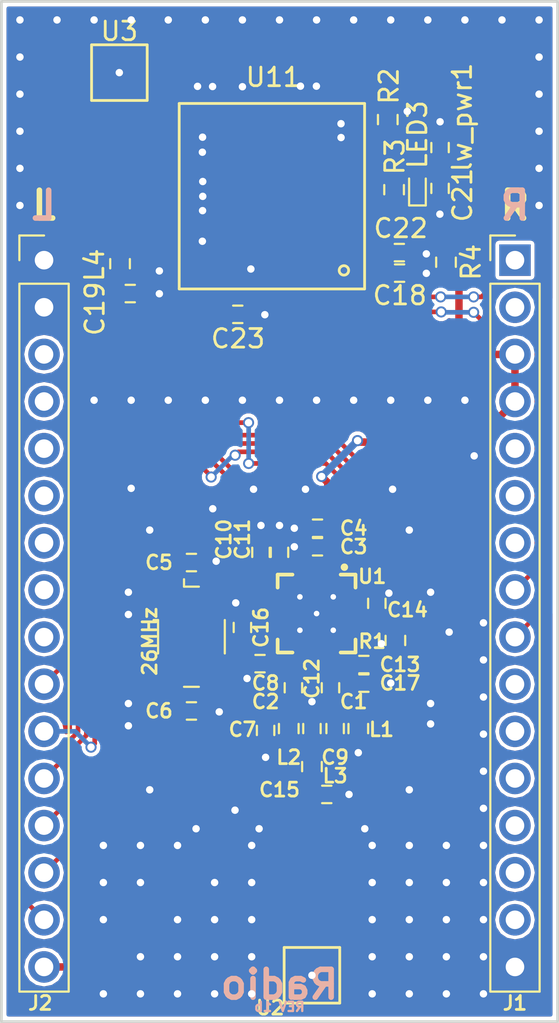
<source format=kicad_pcb>
(kicad_pcb (version 4) (host pcbnew 4.0.7)
  (title_block (title "RF board") (rev V01))
  (layers (0 F.Cu signal) (31 B.Cu signal) (34 B.Paste user) (35 F.Paste user) (36 B.SilkS user) (37 F.SilkS user) (38 B.Mask user) (39 F.Mask user) (44 Edge.Cuts user))
  (net 0 "")
  (net 1 XOSC_Q1)
  (net 2 XOSC_Q2)
  (net 3 RF_N)
  (net 4 "Net-(C1-Pad2)")
  (net 5 "Net-(C2-Pad1)")
  (net 6 RF_P)
  (net 7 AVDD)
  (net 8 PWR_GND)
  (net 9 "Net-(C12-Pad1)")
  (net 10 DCOUPL)
  (net 11 "Net-(C15-Pad1)")
  (net 12 "Net-(R1-Pad1)")
  (net 13 "Net-(J1-Pad1)")
  (net 14 "Net-(J1-Pad2)")
  (net 15 "Net-(J1-Pad5)")
  (net 16 "Net-(J1-Pad6)")
  (net 17 "Net-(J1-Pad7)")
  (net 18 "Net-(J1-Pad11)")
  (net 19 "Net-(J1-Pad12)")
  (net 20 "Net-(J1-Pad13)")
  (net 21 "Net-(J1-Pad14)")
  (net 22 "Net-(J1-Pad15)")
  (net 23 "Net-(J2-Pad3)")
  (net 24 "Net-(J2-Pad4)")
  (net 25 "Net-(J2-Pad5)")
  (net 26 "Net-(J2-Pad6)")
  (net 27 "Net-(J2-Pad7)")
  (net 28 "Net-(J2-Pad8)")
  (net 29 "Net-(J2-Pad9)")
  (net 30 PE4/GD02)
  (net 31 PE5/GDO0)
  (net 32 PD0/SCLK)
  (net 33 PD1/CSn)
  (net 34 "PD2/SO(GDO1)")
  (net 35 PD3/SI)
  (net 36 /GPS/RSTN)
  (net 37 RX)
  (net 38 TX)
  (net 39 "Net-(LED3-Pad1)")
  (net 40 /GPS/BTSEL)
  (net 41 GPIO1)
  (net 42 GPIO2)
  (net 43 "Net-(U11-Pad4)")
  (net 44 "Net-(U11-Pad17)")
  (net 45 VBAT)
  (net 46 CS)
  (net 47 CLK)
  (net 48 PPS)
  (net 49 MISO)
  (net 50 MOSI)
  (net 51 "Net-(J1-Pad10)")
  (net 52 GPIO24)
  (net 53 "Net-(L4-Pad2)")
  (net 54 NAV)
  (module Inductors_SMD:L_0402 (layer F.Cu) (at 104.25 111.7 270)
    (fp_text reference L1 (at 0.05 -1.25 360) (layer F.SilkS) (effects (font (size 0.75 0.75))))
    (fp_text value 1,2nH)
    (pad 1 smd rect (at -0.45 0 270) (size 0.4 0.6) (layers F.Cu F.Paste F.Mask) (net 4 "Net-(C1-Pad2)"))
    (pad 2 smd rect (at 0.45 0 270) (size 0.4 0.6) (layers F.Cu F.Paste F.Mask) (net 8 PWR_GND))
  )
  (module Pin_Headers:Pin_Header_Straight_1x16_Pitch2.54mm (layer F.Cu) (at 87.3 86.45)
    (fp_text reference J2 (at -0.2 40.05) (layer F.SilkS) (effects (font (size 0.75 0.75))))
    (fp_text value CONN_Left)
    (pad 1 thru_hole rect (at 0 0) (size 1.7 1.7) (drill 1) (layers *.Cu *.Mask) (net 8 PWR_GND))
    (pad 2 thru_hole oval (at 0 2.54) (size 1.7 1.7) (drill 1) (layers *.Cu *.Mask) (net 8 PWR_GND))
    (pad 3 thru_hole oval (at 0 5.08) (size 1.7 1.7) (drill 1) (layers *.Cu *.Mask) (net 23 "Net-(J2-Pad3)"))
    (pad 4 thru_hole oval (at 0 7.62) (size 1.7 1.7) (drill 1) (layers *.Cu *.Mask) (net 24 "Net-(J2-Pad4)"))
    (pad 5 thru_hole oval (at 0 10.16) (size 1.7 1.7) (drill 1) (layers *.Cu *.Mask) (net 25 "Net-(J2-Pad5)"))
    (pad 6 thru_hole oval (at 0 12.7) (size 1.7 1.7) (drill 1) (layers *.Cu *.Mask) (net 26 "Net-(J2-Pad6)"))
    (pad 7 thru_hole oval (at 0 15.24) (size 1.7 1.7) (drill 1) (layers *.Cu *.Mask) (net 27 "Net-(J2-Pad7)"))
    (pad 8 thru_hole oval (at 0 17.78) (size 1.7 1.7) (drill 1) (layers *.Cu *.Mask) (net 28 "Net-(J2-Pad8)"))
    (pad 9 thru_hole oval (at 0 20.32) (size 1.7 1.7) (drill 1) (layers *.Cu *.Mask) (net 29 "Net-(J2-Pad9)"))
    (pad 10 thru_hole oval (at 0 22.86) (size 1.7 1.7) (drill 1) (layers *.Cu *.Mask) (net 30 PE4/GD02))
    (pad 11 thru_hole oval (at 0 25.4) (size 1.7 1.7) (drill 1) (layers *.Cu *.Mask) (net 31 PE5/GDO0))
    (pad 12 thru_hole oval (at 0 27.94) (size 1.7 1.7) (drill 1) (layers *.Cu *.Mask) (net 32 PD0/SCLK))
    (pad 13 thru_hole oval (at 0 30.48) (size 1.7 1.7) (drill 1) (layers *.Cu *.Mask) (net 33 PD1/CSn))
    (pad 14 thru_hole oval (at 0 33.02) (size 1.7 1.7) (drill 1) (layers *.Cu *.Mask) (net 34 "PD2/SO(GDO1)"))
    (pad 15 thru_hole oval (at 0 35.56) (size 1.7 1.7) (drill 1) (layers *.Cu *.Mask) (net 35 PD3/SI))
    (pad 16 thru_hole oval (at 0 38.1) (size 1.7 1.7) (drill 1) (layers *.Cu *.Mask) (net 7 AVDD))
  )
  (module Crystals:Crystal_SMD_Abracon_ABM3B-4pin_5.0x3.2mm (layer F.Cu) (at 95.25 106.75 270)
    (fp_text reference 26Mhtz1 hide)
    (fp_text value Crystal)
    (pad 1 smd rect (at -2 1.2 270) (size 1.8 1.2) (layers F.Cu F.Paste F.Mask) (net 1 XOSC_Q1))
    (pad 2 smd rect (at 2 1.2 270) (size 1.8 1.2) (layers F.Cu F.Paste F.Mask) (net 2 XOSC_Q2))
    (pad 3 smd rect (at 2 -1.2 270) (size 1.8 1.2) (layers F.Cu F.Paste F.Mask))
    (pad 4 smd rect (at -2 -1.2 270) (size 1.8 1.2) (layers F.Cu F.Paste F.Mask))
  )
  (module Capacitors_SMD:C_0402 (layer F.Cu) (at 102.75 109.5 270)
    (fp_text reference C1 (at 0.75 -1.25 360) (layer F.SilkS) (effects (font (size 0.75 0.75))))
    (fp_text value 100pF)
    (pad 1 smd rect (at -0.55 0 270) (size 0.6 0.5) (layers F.Cu F.Paste F.Mask) (net 3 RF_N))
    (pad 2 smd rect (at 0.55 0 270) (size 0.6 0.5) (layers F.Cu F.Paste F.Mask) (net 4 "Net-(C1-Pad2)"))
  )
  (module Capacitors_SMD:C_0402 (layer F.Cu) (at 100.75 109.5 90)
    (fp_text reference C2 (at -0.75 -1.5 180) (layer F.SilkS) (effects (font (size 0.75 0.75))))
    (fp_text value 100pF)
    (pad 1 smd rect (at -0.55 0 90) (size 0.6 0.5) (layers F.Cu F.Paste F.Mask) (net 5 "Net-(C2-Pad1)"))
    (pad 2 smd rect (at 0.55 0 90) (size 0.6 0.5) (layers F.Cu F.Paste F.Mask) (net 6 RF_P))
  )
  (module Capacitors_SMD:C_0402 (layer F.Cu) (at 102.05 101.9 180)
    (fp_text reference C3 (at -1.95 0 180) (layer F.SilkS) (effects (font (size 0.75 0.75))))
    (fp_text value 0.1μF)
    (pad 1 smd rect (at -0.55 0 180) (size 0.6 0.5) (layers F.Cu F.Paste F.Mask) (net 7 AVDD))
    (pad 2 smd rect (at 0.55 0 180) (size 0.6 0.5) (layers F.Cu F.Paste F.Mask) (net 8 PWR_GND))
  )
  (module Capacitors_SMD:C_0402 (layer F.Cu) (at 102.05 100.9 180)
    (fp_text reference C4 (at -1.95 0 180) (layer F.SilkS) (effects (font (size 0.75 0.75))))
    (fp_text value 47pF)
    (pad 1 smd rect (at -0.55 0 180) (size 0.6 0.5) (layers F.Cu F.Paste F.Mask) (net 7 AVDD))
    (pad 2 smd rect (at 0.55 0 180) (size 0.6 0.5) (layers F.Cu F.Paste F.Mask) (net 8 PWR_GND))
  )
  (module Capacitors_SMD:C_0402 (layer F.Cu) (at 95.25 102.75)
    (fp_text reference C5 (at -1.75 0) (layer F.SilkS) (effects (font (size 0.75 0.75))))
    (fp_text value 27pF)
    (pad 1 smd rect (at -0.55 0) (size 0.6 0.5) (layers F.Cu F.Paste F.Mask) (net 1 XOSC_Q1))
    (pad 2 smd rect (at 0.55 0) (size 0.6 0.5) (layers F.Cu F.Paste F.Mask) (net 8 PWR_GND))
  )
  (module Capacitors_SMD:C_0402 (layer F.Cu) (at 95.25 110.75 180)
    (fp_text reference C6 (at 1.75 0 180) (layer F.SilkS) (effects (font (size 0.75 0.75))))
    (fp_text value 27pF)
    (pad 1 smd rect (at -0.55 0 180) (size 0.6 0.5) (layers F.Cu F.Paste F.Mask) (net 8 PWR_GND))
    (pad 2 smd rect (at 0.55 0 180) (size 0.6 0.5) (layers F.Cu F.Paste F.Mask) (net 2 XOSC_Q2))
  )
  (module Capacitors_SMD:C_0402 (layer F.Cu) (at 99.25 111.8 270)
    (fp_text reference C7 (at -0.05 1.25 360) (layer F.SilkS) (effects (font (size 0.75 0.75))))
    (fp_text value 1.0pF)
    (pad 1 smd rect (at -0.55 0 270) (size 0.6 0.5) (layers F.Cu F.Paste F.Mask) (net 5 "Net-(C2-Pad1)"))
    (pad 2 smd rect (at 0.55 0 270) (size 0.6 0.5) (layers F.Cu F.Paste F.Mask) (net 8 PWR_GND))
  )
  (module Capacitors_SMD:C_0402 (layer F.Cu) (at 98.95 108.2 180)
    (fp_text reference C8 (at -0.3 -1.05 180) (layer F.SilkS) (effects (font (size 0.75 0.75))))
    (fp_text value 0.1μF)
    (pad 1 smd rect (at -0.55 0 180) (size 0.6 0.5) (layers F.Cu F.Paste F.Mask) (net 7 AVDD))
    (pad 2 smd rect (at 0.55 0 180) (size 0.6 0.5) (layers F.Cu F.Paste F.Mask) (net 8 PWR_GND))
  )
  (module Capacitors_SMD:C_0402 (layer F.Cu) (at 103 111.7 90)
    (fp_text reference C9 (at -1.55 0 360) (layer F.SilkS) (effects (font (size 0.75 0.75))))
    (fp_text value "1.0 pF")
    (pad 1 smd rect (at -0.55 0 90) (size 0.6 0.5) (layers F.Cu F.Paste F.Mask) (net 9 "Net-(C12-Pad1)"))
    (pad 2 smd rect (at 0.55 0 90) (size 0.6 0.5) (layers F.Cu F.Paste F.Mask) (net 4 "Net-(C1-Pad2)"))
  )
  (module Capacitors_SMD:C_0402 (layer F.Cu) (at 99 102.2 270)
    (fp_text reference C10 (at -0.7 2 270) (layer F.SilkS) (effects (font (size 0.75 0.75))))
    (fp_text value 0.1μF)
    (pad 1 smd rect (at -0.55 0 270) (size 0.6 0.5) (layers F.Cu F.Paste F.Mask) (net 8 PWR_GND))
    (pad 2 smd rect (at 0.55 0 270) (size 0.6 0.5) (layers F.Cu F.Paste F.Mask) (net 10 DCOUPL))
  )
  (module Capacitors_SMD:C_0402 (layer F.Cu) (at 100 102.2 270)
    (fp_text reference C11 (at -0.7 2 270) (layer F.SilkS) (effects (font (size 0.75 0.75))))
    (fp_text value 47pF)
    (pad 1 smd rect (at -0.55 0 270) (size 0.6 0.5) (layers F.Cu F.Paste F.Mask) (net 8 PWR_GND))
    (pad 2 smd rect (at 0.55 0 270) (size 0.6 0.5) (layers F.Cu F.Paste F.Mask) (net 10 DCOUPL))
  )
  (module Capacitors_SMD:C_0402 (layer F.Cu) (at 101.75 111.7 90)
    (fp_text reference C12 (at 2.7 0 90) (layer F.SilkS) (effects (font (size 0.75 0.75))))
    (fp_text value 1.8pF)
    (pad 1 smd rect (at -0.55 0 90) (size 0.6 0.5) (layers F.Cu F.Paste F.Mask) (net 9 "Net-(C12-Pad1)"))
    (pad 2 smd rect (at 0.55 0 90) (size 0.6 0.5) (layers F.Cu F.Paste F.Mask) (net 8 PWR_GND))
  )
  (module Capacitors_SMD:C_0402 (layer F.Cu) (at 104.55 108.25)
    (fp_text reference C13 (at 1.95 0) (layer F.SilkS) (effects (font (size 0.75 0.75))))
    (fp_text value 0.1μF)
    (pad 1 smd rect (at -0.55 0) (size 0.6 0.5) (layers F.Cu F.Paste F.Mask) (net 7 AVDD))
    (pad 2 smd rect (at 0.55 0) (size 0.6 0.5) (layers F.Cu F.Paste F.Mask) (net 8 PWR_GND))
  )
  (module Capacitors_SMD:C_0402 (layer F.Cu) (at 105.25 104.95 90)
    (fp_text reference C14 (at -0.35 1.65 180) (layer F.SilkS) (effects (font (size 0.75 0.75))))
    (fp_text value 220pF)
    (pad 1 smd rect (at -0.55 0 90) (size 0.6 0.5) (layers F.Cu F.Paste F.Mask) (net 7 AVDD))
    (pad 2 smd rect (at 0.55 0 90) (size 0.6 0.5) (layers F.Cu F.Paste F.Mask) (net 8 PWR_GND))
  )
  (module Capacitors_SMD:C_0402 (layer F.Cu) (at 102.55 115.25)
    (fp_text reference C15 (at -2.55 -0.25) (layer F.SilkS) (effects (font (size 0.75 0.75))))
    (fp_text value 1.5pF)
    (pad 1 smd rect (at -0.55 0) (size 0.6 0.5) (layers F.Cu F.Paste F.Mask) (net 11 "Net-(C15-Pad1)"))
    (pad 2 smd rect (at 0.55 0) (size 0.6 0.5) (layers F.Cu F.Paste F.Mask) (net 8 PWR_GND))
  )
  (module Capacitors_SMD:C_0402 (layer F.Cu) (at 98 106.25 90)
    (fp_text reference C16 (at 0 1 90) (layer F.SilkS) (effects (font (size 0.75 0.75))))
    (fp_text value 220pF)
    (pad 1 smd rect (at -0.55 0 90) (size 0.6 0.5) (layers F.Cu F.Paste F.Mask) (net 7 AVDD))
    (pad 2 smd rect (at 0.55 0 90) (size 0.6 0.5) (layers F.Cu F.Paste F.Mask) (net 8 PWR_GND))
  )
  (module Capacitors_SMD:C_0402 (layer F.Cu) (at 104.55 109.25)
    (fp_text reference C17 (at 1.95 0) (layer F.SilkS) (effects (font (size 0.75 0.75))))
    (fp_text value 220pF)
    (pad 1 smd rect (at -0.55 0) (size 0.6 0.5) (layers F.Cu F.Paste F.Mask) (net 7 AVDD))
    (pad 2 smd rect (at 0.55 0) (size 0.6 0.5) (layers F.Cu F.Paste F.Mask) (net 8 PWR_GND))
  )
  (module Inductors_SMD:L_0402 (layer F.Cu) (at 100.5 111.7 90)
    (fp_text reference L2 (at -1.55 0 180) (layer F.SilkS) (effects (font (size 0.75 0.75))))
    (fp_text value 1.2nH)
    (pad 1 smd rect (at -0.45 0 90) (size 0.4 0.6) (layers F.Cu F.Paste F.Mask) (net 9 "Net-(C12-Pad1)"))
    (pad 2 smd rect (at 0.45 0 90) (size 0.4 0.6) (layers F.Cu F.Paste F.Mask) (net 5 "Net-(C2-Pad1)"))
  )
  (module Inductors_SMD:L_0402 (layer F.Cu) (at 101.75 113.75 270)
    (fp_text reference L3 (at 0.5 -1.25 360) (layer F.SilkS) (effects (font (size 0.75 0.75))))
    (fp_text value 1.2nH)
    (pad 1 smd rect (at -0.45 0 270) (size 0.4 0.6) (layers F.Cu F.Paste F.Mask) (net 9 "Net-(C12-Pad1)"))
    (pad 2 smd rect (at 0.45 0 270) (size 0.4 0.6) (layers F.Cu F.Paste F.Mask) (net 11 "Net-(C15-Pad1)"))
  )
  (module RF_Transciever:u.fl_male (layer F.Cu) (at 101.75 125 180)
    (fp_text reference U2 (at 2.25 -1.75 180) (layer F.SilkS) (effects (font (size 0.75 0.75))))
    (fp_text value U.FL_male)
    (pad 1 smd rect (at 1.475 0 180) (size 1.05 2.2) (layers F.Cu F.Paste F.Mask) (net 8 PWR_GND))
    (pad 2 smd rect (at -1.475 0 180) (size 1.05 2.2) (layers F.Cu F.Paste F.Mask) (net 8 PWR_GND))
    (pad 3 smd rect (at 0 1.6 180) (size 1 1) (layers F.Cu F.Paste F.Mask) (net 11 "Net-(C15-Pad1)"))
  )
  (module Pin_Headers:Pin_Header_Straight_1x16_Pitch2.54mm (layer F.Cu) (at 112.7 86.45)
    (fp_text reference J1 (at 0 40.05) (layer F.SilkS) (effects (font (size 0.75 0.75))))
    (fp_text value CONN_Right)
    (pad 1 thru_hole rect (at 0 0) (size 1.7 1.7) (drill 1) (layers *.Cu *.Mask) (net 13 "Net-(J1-Pad1)"))
    (pad 2 thru_hole oval (at 0 2.54) (size 1.7 1.7) (drill 1) (layers *.Cu *.Mask) (net 14 "Net-(J1-Pad2)"))
    (pad 3 thru_hole oval (at 0 5.08) (size 1.7 1.7) (drill 1) (layers *.Cu *.Mask) (net 7 AVDD))
    (pad 4 thru_hole oval (at 0 7.62) (size 1.7 1.7) (drill 1) (layers *.Cu *.Mask) (net 7 AVDD))
    (pad 5 thru_hole oval (at 0 10.16) (size 1.7 1.7) (drill 1) (layers *.Cu *.Mask) (net 15 "Net-(J1-Pad5)"))
    (pad 6 thru_hole oval (at 0 12.7) (size 1.7 1.7) (drill 1) (layers *.Cu *.Mask) (net 16 "Net-(J1-Pad6)"))
    (pad 7 thru_hole oval (at 0 15.24) (size 1.7 1.7) (drill 1) (layers *.Cu *.Mask) (net 17 "Net-(J1-Pad7)"))
    (pad 8 thru_hole oval (at 0 17.78) (size 1.7 1.7) (drill 1) (layers *.Cu *.Mask) (net 37 RX))
    (pad 9 thru_hole oval (at 0 20.32) (size 1.7 1.7) (drill 1) (layers *.Cu *.Mask) (net 38 TX))
    (pad 10 thru_hole oval (at 0 22.86) (size 1.7 1.7) (drill 1) (layers *.Cu *.Mask) (net 51 "Net-(J1-Pad10)"))
    (pad 11 thru_hole oval (at 0 25.4) (size 1.7 1.7) (drill 1) (layers *.Cu *.Mask) (net 18 "Net-(J1-Pad11)"))
    (pad 12 thru_hole oval (at 0 27.94) (size 1.7 1.7) (drill 1) (layers *.Cu *.Mask) (net 19 "Net-(J1-Pad12)"))
    (pad 13 thru_hole oval (at 0 30.48) (size 1.7 1.7) (drill 1) (layers *.Cu *.Mask) (net 20 "Net-(J1-Pad13)"))
    (pad 14 thru_hole oval (at 0 33.02) (size 1.7 1.7) (drill 1) (layers *.Cu *.Mask) (net 21 "Net-(J1-Pad14)"))
    (pad 15 thru_hole oval (at 0 35.56) (size 1.7 1.7) (drill 1) (layers *.Cu *.Mask) (net 22 "Net-(J1-Pad15)"))
    (pad 16 thru_hole oval (at 0 38.1) (size 1.7 1.7) (drill 1) (layers *.Cu *.Mask) (net 8 PWR_GND))
  )
  (module Resistors_SMD:R_0402 (layer F.Cu) (at 106.25 106.95 270)
    (fp_text reference R1 (at 0.05 1.25 360) (layer F.SilkS) (effects (font (size 0.75 0.75))))
    (fp_text value "56.2 kOhm")
    (pad 1 smd rect (at -0.45 0 270) (size 0.4 0.6) (layers F.Cu F.Paste F.Mask) (net 12 "Net-(R1-Pad1)"))
    (pad 2 smd rect (at 0.45 0 270) (size 0.4 0.6) (layers F.Cu F.Paste F.Mask) (net 8 PWR_GND))
  )
  (module transciever_chip:CC2500 (layer F.Cu) (at 102 105.5 270)
    (fp_text reference U1 (at -2 -3 360) (layer F.SilkS) (effects (font (size 0.75 0.75))))
    (fp_text value CC2500RGPR)
    (pad 10 smd rect (at 1 1.78 270) (size 0.28 0.76) (layers F.Cu F.Paste F.Mask) (net 2 XOSC_Q2))
    (pad 9 smd rect (at 0.5 1.78 270) (size 0.28 0.76) (layers F.Cu F.Paste F.Mask) (net 7 AVDD))
    (pad 8 smd rect (at 0 1.78 270) (size 0.28 0.76) (layers F.Cu F.Paste F.Mask) (net 1 XOSC_Q1))
    (pad 7 smd rect (at -0.5 1.78 270) (size 0.28 0.76) (layers F.Cu F.Paste F.Mask) (net 33 PD1/CSn))
    (pad 6 smd rect (at -1 1.78 270) (size 0.28 0.76) (layers F.Cu F.Paste F.Mask) (net 31 PE5/GDO0))
    (pad 5 smd rect (at -1.78 1 270) (size 0.76 0.28) (layers F.Cu F.Paste F.Mask) (net 10 DCOUPL))
    (pad 2 smd rect (at -1.78 -0.5 270) (size 0.76 0.28) (layers F.Cu F.Paste F.Mask) (net 34 "PD2/SO(GDO1)"))
    (pad 4 smd rect (at -1.78 0.5 270) (size 0.76 0.28) (layers F.Cu F.Paste F.Mask) (net 7 AVDD))
    (pad 1 smd rect (at -1.78 -1 270) (size 0.76 0.28) (layers F.Cu F.Paste F.Mask) (net 32 PD0/SCLK))
    (pad 11 smd trapezoid (at 1.78 1) (size 0.28 0.76) (layers F.Cu F.Paste F.Mask) (net 7 AVDD))
    (pad 12 smd rect (at 1.78 0.5 270) (size 0.76 0.28) (layers F.Cu F.Paste F.Mask) (net 6 RF_P))
    (pad 13 smd rect (at 1.78 0 270) (size 0.76 0.28) (layers F.Cu F.Paste F.Mask) (net 3 RF_N))
    (pad 14 smd rect (at 1.78 -0.5 270) (size 0.76 0.28) (layers F.Cu F.Paste F.Mask) (net 7 AVDD))
    (pad 15 smd rect (at 1.78 -1 270) (size 0.76 0.28) (layers F.Cu F.Paste F.Mask) (net 7 AVDD))
    (pad 16 smd rect (at 1 -1.78 270) (size 0.28 0.76) (layers F.Cu F.Paste F.Mask) (net 8 PWR_GND))
    (pad 17 smd rect (at 0.5 -1.78 270) (size 0.28 0.76) (layers F.Cu F.Paste F.Mask) (net 12 "Net-(R1-Pad1)"))
    (pad 18 smd rect (at 0 -1.78 270) (size 0.28 0.76) (layers F.Cu F.Paste F.Mask) (net 7 AVDD))
    (pad 19 smd rect (at -0.5 -1.78 270) (size 0.28 0.76) (layers F.Cu F.Paste F.Mask) (net 8 PWR_GND))
    (pad 20 smd rect (at -1 -1.78 270) (size 0.28 0.76) (layers F.Cu F.Paste F.Mask) (net 35 PD3/SI))
    (pad 3 smd rect (at -1.78 0) (size 0.28 0.76) (layers F.Cu F.Paste F.Mask) (net 30 PE4/GD02))
    (pad 16 smd rect (at 0 0 270) (size 2.4 2.4) (layers F.Cu) (net 8 PWR_GND))
  )
  (module Capacitors_SMD:C_0402 (layer F.Cu) (at 106.4768 87.1474)
    (fp_text reference C18 (at 0.0127 1.2065) (layer F.SilkS))
    (fp_text value 1uF)
    (pad 1 smd rect (at -0.55 0) (size 0.6 0.5) (layers F.Cu F.Paste F.Mask) (net 36 /GPS/RSTN))
    (pad 2 smd rect (at 0.55 0) (size 0.6 0.5) (layers F.Cu F.Paste F.Mask) (net 8 PWR_GND))
  )
  (module Capacitors_SMD:C_0402 (layer F.Cu) (at 91.95 88.25 180)
    (fp_text reference C19 (at 1.91 -0.82 450) (layer F.SilkS))
    (fp_text value 22pF)
    (pad 1 smd rect (at -0.55 0 180) (size 0.6 0.5) (layers F.Cu F.Paste F.Mask) (net 8 PWR_GND))
    (pad 2 smd rect (at 0.55 0 180) (size 0.6 0.5) (layers F.Cu F.Paste F.Mask) (net 7 AVDD))
  )
  (module Capacitors_SMD:C_0402 (layer F.Cu) (at 108.66 82.58 270)
    (fp_text reference C21 (at 0.36 -1.21 270) (layer F.SilkS))
    (fp_text value 1uF)
    (pad 1 smd rect (at -0.55 0 270) (size 0.6 0.5) (layers F.Cu F.Paste F.Mask) (net 7 AVDD))
    (pad 2 smd rect (at 0.55 0 270) (size 0.6 0.5) (layers F.Cu F.Paste F.Mask) (net 8 PWR_GND))
  )
  (module Capacitors_SMD:C_0402 (layer F.Cu) (at 106.4641 86.0425)
    (fp_text reference C22 (at 0.0762 -1.3081) (layer F.SilkS))
    (fp_text value 1uF)
    (pad 1 smd rect (at -0.55 0) (size 0.6 0.5) (layers F.Cu F.Paste F.Mask) (net 7 AVDD))
    (pad 2 smd rect (at 0.55 0) (size 0.6 0.5) (layers F.Cu F.Paste F.Mask) (net 8 PWR_GND))
  )
  (module Capacitors_SMD:C_0402 (layer F.Cu) (at 97.75 89.37)
    (fp_text reference C23 (at 0.0122 1.311) (layer F.SilkS))
    (fp_text value 1uF)
    (pad 1 smd rect (at -0.55 0) (size 0.6 0.5) (layers F.Cu F.Paste F.Mask) (net 7 AVDD))
    (pad 2 smd rect (at 0.55 0) (size 0.6 0.5) (layers F.Cu F.Paste F.Mask) (net 8 PWR_GND))
  )
  (module Inductors_SMD:L_0402 (layer F.Cu) (at 91.4 86.64 90)
    (fp_text reference L4 (at -0.08 -1.38 90) (layer F.SilkS))
    (fp_text value 33nH)
    (pad 1 smd rect (at -0.45 0 90) (size 0.4 0.6) (layers F.Cu F.Paste F.Mask) (net 7 AVDD))
    (pad 2 smd rect (at 0.45 0 90) (size 0.4 0.6) (layers F.Cu F.Paste F.Mask) (net 53 "Net-(L4-Pad2)"))
  )
  (module LEDs:LED_0402 (layer F.Cu) (at 107.44 82.55 90)
    (fp_text reference LED3 (at 2.87 0 90) (layer F.SilkS))
    (fp_text value Green)
    (pad 2 smd rect (at 0.55 0 270) (size 0.6 0.7) (layers F.Cu F.Paste F.Mask) (net 7 AVDD))
    (pad 1 smd rect (at -0.55 0 270) (size 0.6 0.7) (layers F.Cu F.Paste F.Mask) (net 39 "Net-(LED3-Pad1)"))
  )
  (module Capacitors_SMD:C_0402 (layer F.Cu) (at 108.66 80.38 90)
    (fp_text reference lw_pwr1 (at 1.63 1.19 90) (layer F.SilkS))
    (fp_text value DNP)
    (pad 1 smd rect (at -0.55 0 90) (size 0.6 0.5) (layers F.Cu F.Paste F.Mask) (net 52 GPIO24))
    (pad 2 smd rect (at 0.55 0 90) (size 0.6 0.5) (layers F.Cu F.Paste F.Mask) (net 8 PWR_GND))
  )
  (module Resistors_SMD:R_0402 (layer F.Cu) (at 105.84 78.87 90)
    (fp_text reference R2 (at 1.8034 0.0635 90) (layer F.SilkS))
    (fp_text value 10k)
    (pad 1 smd rect (at -0.45 0 90) (size 0.4 0.6) (layers F.Cu F.Paste F.Mask) (net 40 /GPS/BTSEL))
    (pad 2 smd rect (at 0.45 0 90) (size 0.4 0.6) (layers F.Cu F.Paste F.Mask) (net 8 PWR_GND))
  )
  (module Resistors_SMD:R_0402 (layer F.Cu) (at 106.18 82.65 90)
    (fp_text reference R3 (at 1.78 0.04 90) (layer F.SilkS))
    (fp_text value 330)
    (pad 1 smd rect (at -0.45 0 90) (size 0.4 0.6) (layers F.Cu F.Paste F.Mask) (net 39 "Net-(LED3-Pad1)"))
    (pad 2 smd rect (at 0.45 0 90) (size 0.4 0.6) (layers F.Cu F.Paste F.Mask) (net 54 NAV))
  )
  (module Resistors_SMD:R_0402 (layer F.Cu) (at 108.98 86.56 270)
    (fp_text reference R4 (at 0 -1.35 270) (layer F.SilkS))
    (fp_text value 33k)
    (pad 1 smd rect (at -0.45 0 270) (size 0.4 0.6) (layers F.Cu F.Paste F.Mask) (net 7 AVDD))
    (pad 2 smd rect (at 0.45 0 270) (size 0.4 0.6) (layers F.Cu F.Paste F.Mask) (net 36 /GPS/RSTN))
  )
  (module RF_Transciever:u.fl_male (layer F.Cu) (at 91.3638 76.3397)
    (fp_text reference U3 (at 0 -2.23) (layer F.SilkS))
    (fp_text value U.FL_male)
    (pad 1 smd rect (at 1.475 0) (size 1.05 2.2) (layers F.Cu F.Paste F.Mask) (net 8 PWR_GND))
    (pad 2 smd rect (at -1.475 0) (size 1.05 2.2) (layers F.Cu F.Paste F.Mask) (net 8 PWR_GND))
    (pad 3 smd rect (at 0 1.6) (size 1 1) (layers F.Cu F.Paste F.Mask) (net 53 "Net-(L4-Pad2)"))
  )
  (module RF_Transciever:VENUS634FLPX (layer F.Cu) (at 104.49 87.002 180)
    (fp_text reference U11 (at 4.826 10.414 180) (layer F.SilkS))
    (fp_text value Venus634SMD)
    (pad 2 smd rect (at 0 0.8 270) (size 0.36 1) (layers F.Cu F.Paste F.Mask) (net 7 AVDD))
    (pad 1 smd rect (at 0 0 270) (size 0.36 1) (layers F.Cu F.Paste F.Mask) (net 36 /GPS/RSTN))
    (pad 3 smd rect (at 0 1.6 270) (size 0.36 1) (layers F.Cu F.Paste F.Mask))
    (pad 6 smd rect (at 0 4 270) (size 0.36 1) (layers F.Cu F.Paste F.Mask) (net 41 GPIO1))
    (pad 5 smd rect (at 0 3.2 270) (size 0.36 1) (layers F.Cu F.Paste F.Mask) (net 42 GPIO2))
    (pad 4 smd rect (at 0 2.4 270) (size 0.36 1) (layers F.Cu F.Paste F.Mask) (net 43 "Net-(U11-Pad4)"))
    (pad 7 smd rect (at 0 4.8 270) (size 0.36 1) (layers F.Cu F.Paste F.Mask) (net 54 NAV))
    (pad 11 smd rect (at 0 8 270) (size 0.36 1) (layers F.Cu F.Paste F.Mask) (net 8 PWR_GND))
    (pad 10 smd rect (at 0 7.2 270) (size 0.36 1) (layers F.Cu F.Paste F.Mask) (net 8 PWR_GND))
    (pad 9 smd rect (at 0 6.4 270) (size 0.36 1) (layers F.Cu F.Paste F.Mask) (net 40 /GPS/BTSEL))
    (pad 8 smd rect (at 0 5.6 270) (size 0.36 1) (layers F.Cu F.Paste F.Mask) (net 52 GPIO24))
    (pad 12 smd rect (at 0.9 8.9 180) (size 0.36 1) (layers F.Cu F.Paste F.Mask))
    (pad 14 smd rect (at 2.5 8.9 180) (size 0.36 1) (layers F.Cu F.Paste F.Mask) (net 8 PWR_GND))
    (pad 13 smd rect (at 1.7 8.9 180) (size 0.36 1) (layers F.Cu F.Paste F.Mask))
    (pad 15 smd rect (at 3.3 8.9 180) (size 0.36 1) (layers F.Cu F.Paste F.Mask) (net 8 PWR_GND))
    (pad 16 smd rect (at 4.1 8.9 180) (size 0.36 1) (layers F.Cu F.Paste F.Mask))
    (pad 17 smd rect (at 4.9 8.9 180) (size 0.36 1) (layers F.Cu F.Paste F.Mask) (net 44 "Net-(U11-Pad17)"))
    (pad 18 smd rect (at 5.7 8.9 180) (size 0.36 1) (layers F.Cu F.Paste F.Mask) (net 45 VBAT))
    (pad 19 smd rect (at 6.5 8.9 180) (size 0.36 1) (layers F.Cu F.Paste F.Mask) (net 8 PWR_GND))
    (pad 20 smd rect (at 7.3 8.9 180) (size 0.36 1) (layers F.Cu F.Paste F.Mask))
    (pad 21 smd rect (at 8.1 8.9 180) (size 0.36 1) (layers F.Cu F.Paste F.Mask) (net 8 PWR_GND))
    (pad 22 smd rect (at 8.9 8.9 180) (size 0.36 1) (layers F.Cu F.Paste F.Mask) (net 8 PWR_GND))
    (pad 29 smd rect (at 9.8 3.2 270) (size 0.36 1) (layers F.Cu F.Paste F.Mask) (net 8 PWR_GND))
    (pad 32 smd rect (at 9.8 0.8 270) (size 0.36 1) (layers F.Cu F.Paste F.Mask) (net 53 "Net-(L4-Pad2)"))
    (pad 30 smd rect (at 9.8 2.4 270) (size 0.36 1) (layers F.Cu F.Paste F.Mask))
    (pad 31 smd rect (at 9.8 1.6 270) (size 0.36 1) (layers F.Cu F.Paste F.Mask) (net 8 PWR_GND))
    (pad 33 smd rect (at 9.8 0 270) (size 0.36 1) (layers F.Cu F.Paste F.Mask) (net 8 PWR_GND))
    (pad 25 smd rect (at 9.8 6.4 270) (size 0.36 1) (layers F.Cu F.Paste F.Mask) (net 8 PWR_GND))
    (pad 28 smd rect (at 9.8 4 270) (size 0.36 1) (layers F.Cu F.Paste F.Mask) (net 8 PWR_GND))
    (pad 23 smd rect (at 9.8 8 270) (size 0.36 1) (layers F.Cu F.Paste F.Mask))
    (pad 24 smd rect (at 9.8 7.2 270) (size 0.36 1) (layers F.Cu F.Paste F.Mask) (net 8 PWR_GND))
    (pad 27 smd rect (at 9.8 4.8 270) (size 0.36 1) (layers F.Cu F.Paste F.Mask) (net 8 PWR_GND))
    (pad 26 smd rect (at 9.8 5.6 270) (size 0.36 1) (layers F.Cu F.Paste F.Mask))
    (pad 43 smd rect (at 1.7 -0.9 180) (size 0.36 1) (layers F.Cu F.Paste F.Mask) (net 46 CS))
    (pad 41 smd rect (at 3.3 -0.9 180) (size 0.36 1) (layers F.Cu F.Paste F.Mask) (net 47 CLK))
    (pad 40 smd rect (at 4.1 -0.9 180) (size 0.36 1) (layers F.Cu F.Paste F.Mask) (net 48 PPS))
    (pad 39 smd rect (at 4.9 -0.9 180) (size 0.36 1) (layers F.Cu F.Paste F.Mask) (net 49 MISO))
    (pad 38 smd rect (at 5.7 -0.9 180) (size 0.36 1) (layers F.Cu F.Paste F.Mask) (net 50 MOSI))
    (pad 42 smd rect (at 2.5 -0.9 180) (size 0.36 1) (layers F.Cu F.Paste F.Mask) (net 37 RX))
    (pad 44 smd rect (at 0.9 -0.9 180) (size 0.36 1) (layers F.Cu F.Paste F.Mask) (net 38 TX))
    (pad 37 smd rect (at 6.5 -0.9 180) (size 0.36 1) (layers F.Cu F.Paste F.Mask) (net 8 PWR_GND))
    (pad 36 smd rect (at 7.3 -0.9 180) (size 0.36 1) (layers F.Cu F.Paste F.Mask) (net 7 AVDD))
    (pad 35 smd rect (at 8.1 -0.9 180) (size 0.36 1) (layers F.Cu F.Paste F.Mask))
    (pad 34 smd rect (at 8.9 -0.9 180) (size 0.36 1) (layers F.Cu F.Paste F.Mask))
  )
  (gr_text L (at 87.3 83.5) (layer B.SilkS) (effects (font (size 1.5 1.5) (thickness 0.3)) (justify mirror)))
  (gr_text R (at 112.7 83.5) (layer B.SilkS) (effects (font (size 1.5 1.5) (thickness 0.3)) (justify mirror)))
  (gr_text R (at 112.7 83.5) (layer F.SilkS) (effects (font (size 1.5 1.5) (thickness 0.3))))
  (gr_text L (at 87.3 83.5) (layer F.SilkS) (effects (font (size 1.5 1.5) (thickness 0.3))))
  (gr_text 26MHz (at 93 107 90) (layer F.SilkS) (effects (font (size 0.75 0.75))))
  (gr_text "REV 1b" (at 100 126.7) (layer B.SilkS) (effects (font (size 0.5 0.5) (thickness 0.125)) (justify mirror)))
  (gr_text Radio (at 100 125.5) (layer B.SilkS) (effects (font (size 1.5 1.5) (thickness 0.3)) (justify mirror)))
  (gr_line (start 115 72.5) (end 85 72.5) (layer Edge.Cuts) (width 0.15))
  (gr_line (start 115 127.5) (end 115 72.5) (layer Edge.Cuts) (width 0.15))
  (gr_line (start 85 127.5) (end 115 127.5) (layer Edge.Cuts) (width 0.15))
  (gr_line (start 85 72.5) (end 85 127.5) (layer Edge.Cuts) (width 0.15))
  (segment (start 100.22 105.5) (end 99.31718 105.5) (width 0.25) (layer F.Cu) (net 1))
  (segment (start 99.31718 105.5) (end 97.264011 103.446831) (width 0.25) (layer F.Cu) (net 1))
  (segment (start 97.264011 103.446831) (end 95.446831 103.446831) (width 0.25) (layer F.Cu) (net 1))
  (segment (start 94.75 102.75) (end 94.7 102.75) (width 0.25) (layer F.Cu) (net 1))
  (segment (start 95.446831 103.446831) (end 94.75 102.75) (width 0.25) (layer F.Cu) (net 1))
  (segment (start 94.7 102.75) (end 94.312707 102.75) (width 0.25) (layer F.Cu) (net 1))
  (segment (start 94.312707 102.75) (end 94.05 103.012707) (width 0.25) (layer F.Cu) (net 1))
  (segment (start 94.05 103.012707) (end 94.05 103.6) (width 0.25) (layer F.Cu) (net 1))
  (segment (start 94.05 103.6) (end 94.05 104.75) (width 0.25) (layer F.Cu) (net 1))
  (segment (start 94.05 105.05) (end 94.05 104.75) (width 0.25) (layer F.Cu) (net 1))
  (segment (start 100.22 106.5) (end 99.59 106.5) (width 0.25) (layer F.Cu) (net 2))
  (segment (start 99.59 106.5) (end 98.465001 107.624999) (width 0.25) (layer F.Cu) (net 2))
  (segment (start 98.465001 107.624999) (end 97.839999 107.624999) (width 0.25) (layer F.Cu) (net 2))
  (segment (start 97.839999 107.624999) (end 97.375001 108.089997) (width 0.25) (layer F.Cu) (net 2))
  (segment (start 97.375001 108.089997) (end 97.375001 109.910001) (width 0.25) (layer F.Cu) (net 2))
  (segment (start 95.434012 110.065988) (end 94.75 110.75) (width 0.25) (layer F.Cu) (net 2))
  (segment (start 97.375001 109.910001) (end 97.219014 110.065988) (width 0.25) (layer F.Cu) (net 2))
  (segment (start 97.219014 110.065988) (end 95.434012 110.065988) (width 0.25) (layer F.Cu) (net 2))
  (segment (start 94.75 110.75) (end 94.7 110.75) (width 0.25) (layer F.Cu) (net 2))
  (segment (start 94.7 110.75) (end 94.275722 110.75) (width 0.25) (layer F.Cu) (net 2))
  (segment (start 94.05 110.524278) (end 94.05 109.9) (width 0.25) (layer F.Cu) (net 2))
  (segment (start 94.275722 110.75) (end 94.05 110.524278) (width 0.25) (layer F.Cu) (net 2))
  (segment (start 94.05 109.9) (end 94.05 108.75) (width 0.25) (layer F.Cu) (net 2))
  (segment (start 94.05 108.45) (end 94.05 108.75) (width 0.25) (layer F.Cu) (net 2))
  (segment (start 102 107.28) (end 102 108.2) (width 0.25) (layer F.Cu) (net 3))
  (segment (start 102 108.2) (end 102.75 108.95) (width 0.25) (layer F.Cu) (net 3))
  (segment (start 104.25 111.25) (end 103.1 111.25) (width 0.5) (layer F.Cu) (net 4))
  (segment (start 103.1 111.25) (end 103 111.15) (width 0.5) (layer F.Cu) (net 4))
  (segment (start 102.75 110.05) (end 102.75 110.9) (width 0.5) (layer F.Cu) (net 4))
  (segment (start 102.75 110.9) (end 103 111.15) (width 0.5) (layer F.Cu) (net 4))
  (segment (start 99.25 111.25) (end 100.5 111.25) (width 0.5) (layer F.Cu) (net 5))
  (segment (start 100.75 110.05) (end 100.75 111) (width 0.5) (layer F.Cu) (net 5))
  (segment (start 100.75 111) (end 100.5 111.25) (width 0.5) (layer F.Cu) (net 5))
  (segment (start 101.5 107.28) (end 101.5 108.2) (width 0.25) (layer F.Cu) (net 6))
  (segment (start 101.5 108.2) (end 100.75 108.95) (width 0.25) (layer F.Cu) (net 6))
  (segment (start 112.7 91.53) (end 98.71 91.53) (width 0.4) (layer F.Cu) (net 7))
  (segment (start 98.71 91.53) (end 97.2 90.02) (width 0.4) (layer F.Cu) (net 7))
  (segment (start 97.2 90.02) (end 97.2 89.37) (width 0.4) (layer F.Cu) (net 7))
  (segment (start 109.680001 89.766005) (end 109.68 86.11) (width 0.4) (layer F.Cu) (net 7))
  (segment (start 112.7 91.53) (end 111.443996 91.53) (width 0.4) (layer F.Cu) (net 7))
  (segment (start 111.443996 91.53) (end 109.680001 89.766005) (width 0.4) (layer F.Cu) (net 7))
  (segment (start 108.66 82.03) (end 108.830002 82.03) (width 0.4) (layer F.Cu) (net 7))
  (segment (start 108.830002 82.03) (end 109.68 82.879998) (width 0.4) (layer F.Cu) (net 7))
  (segment (start 109.68 82.879998) (end 109.68 86.11) (width 0.4) (layer F.Cu) (net 7))
  (segment (start 107.44 82) (end 108.63 82) (width 0.4) (layer F.Cu) (net 7))
  (segment (start 108.63 82) (end 108.66 82.03) (width 0.4) (layer F.Cu) (net 7))
  (segment (start 109.68 86.11) (end 108.98 86.11) (width 0.4) (layer F.Cu) (net 7))
  (segment (start 108.98 86.11) (end 108.98 85.51) (width 0.4) (layer F.Cu) (net 7))
  (segment (start 108.98 85.51) (end 108.862499 85.392499) (width 0.4) (layer F.Cu) (net 7))
  (segment (start 108.862499 85.392499) (end 105.9141 85.3925) (width 0.4) (layer F.Cu) (net 7))
  (segment (start 105.9141 85.3925) (end 105.9141 86.0425) (width 0.4) (layer F.Cu) (net 7))
  (segment (start 104.49 86.202) (end 105.7546 86.202) (width 0.4) (layer F.Cu) (net 7))
  (segment (start 105.7546 86.202) (end 105.9141 86.0425) (width 0.4) (layer F.Cu) (net 7))
  (segment (start 97.19 87.902) (end 97.19 87.002) (width 0.4) (layer F.Cu) (net 7))
  (segment (start 97.19 87.002) (end 97.99 86.202) (width 0.4) (layer F.Cu) (net 7))
  (segment (start 97.99 86.202) (end 103.59 86.202) (width 0.4) (layer F.Cu) (net 7))
  (segment (start 103.59 86.202) (end 104.49 86.202) (width 0.4) (layer F.Cu) (net 7))
  (segment (start 91.4 88.25) (end 91.4 88.9) (width 0.4) (layer F.Cu) (net 7))
  (segment (start 91.4 88.9) (end 91.87 89.37) (width 0.4) (layer F.Cu) (net 7))
  (segment (start 91.87 89.37) (end 96.5 89.37) (width 0.4) (layer F.Cu) (net 7))
  (segment (start 96.5 89.37) (end 97.2 89.37) (width 0.4) (layer F.Cu) (net 7))
  (segment (start 97.19 87.902) (end 97.19 89.36) (width 0.4) (layer F.Cu) (net 7))
  (segment (start 97.19 89.36) (end 97.2 89.37) (width 0.4) (layer F.Cu) (net 7))
  (segment (start 91.4 87.09) (end 91.4 88.25) (width 0.4) (layer F.Cu) (net 7))
  (segment (start 112.28 91.95) (end 112.7 91.53) (width 0.25) (layer F.Cu) (net 7))
  (segment (start 104.29254 96.260487) (end 104.208824 96.176771) (width 0.4) (layer F.Cu) (net 7))
  (segment (start 104.563777 96.260487) (end 104.29254 96.260487) (width 0.4) (layer F.Cu) (net 7))
  (segment (start 103.908825 96.47677) (end 104.208824 96.176771) (width 0.4) (layer B.Cu) (net 7))
  (segment (start 102.573814 97.811781) (end 103.908825 96.47677) (width 0.4) (layer B.Cu) (net 7))
  (segment (start 102.273813 98.11178) (end 102.573814 97.811781) (width 0.4) (layer B.Cu) (net 7))
  (via (at 104.208824 96.176771) (size 0.6) (drill 0.4) (layers F.Cu B.Cu) (net 7))
  (segment (start 102.6 100.9) (end 102.6 98.437967) (width 0.4) (layer F.Cu) (net 7))
  (segment (start 102.573812 98.411779) (end 102.273813 98.11178) (width 0.4) (layer F.Cu) (net 7))
  (segment (start 102.6 98.437967) (end 102.573812 98.411779) (width 0.4) (layer F.Cu) (net 7))
  (via (at 102.273813 98.11178) (size 0.6) (drill 0.4) (layers F.Cu B.Cu) (net 7))
  (segment (start 111.25 96.420974) (end 111.089513 96.260487) (width 0.4) (layer F.Cu) (net 7))
  (segment (start 111.25 104.591878) (end 111.25 96.420974) (width 0.4) (layer F.Cu) (net 7))
  (segment (start 110.341878 105.5) (end 111.25 104.591878) (width 0.4) (layer F.Cu) (net 7))
  (segment (start 107.25 105.5) (end 110.341878 105.5) (width 0.4) (layer F.Cu) (net 7))
  (segment (start 107 105.75) (end 107.25 105.5) (width 0.4) (layer F.Cu) (net 7))
  (segment (start 96.364122 112.5) (end 96.364122 117.640867) (width 0.4) (layer F.Cu) (net 7))
  (segment (start 96.364122 117.640867) (end 89.454989 124.55) (width 0.4) (layer F.Cu) (net 7))
  (segment (start 89.454989 124.55) (end 87.3 124.55) (width 0.4) (layer F.Cu) (net 7))
  (segment (start 101.5 103.72) (end 101.5 102.95) (width 0.25) (layer F.Cu) (net 7))
  (segment (start 102.55 101.9) (end 102.6 101.9) (width 0.25) (layer F.Cu) (net 7))
  (segment (start 101.5 102.95) (end 102.55 101.9) (width 0.25) (layer F.Cu) (net 7))
  (segment (start 102.6 101.9) (end 102.6 100.9) (width 0.4) (layer F.Cu) (net 7))
  (segment (start 111.089513 96.260487) (end 111.25 96.1) (width 0.4) (layer F.Cu) (net 7))
  (segment (start 111.25 96.1) (end 111.25 95.52) (width 0.4) (layer F.Cu) (net 7))
  (segment (start 104.563777 96.260487) (end 111.089513 96.260487) (width 0.4) (layer F.Cu) (net 7))
  (segment (start 104.563777 96.260487) (end 104.574264 96.25) (width 0.4) (layer F.Cu) (net 7))
  (segment (start 98 106.8) (end 93.2 106.8) (width 0.4) (layer F.Cu) (net 7))
  (segment (start 99.5 108.85) (end 99.5 108.2) (width 0.4) (layer F.Cu) (net 7))
  (segment (start 93.2 106.8) (end 93.049999 106.950001) (width 0.4) (layer F.Cu) (net 7))
  (segment (start 93.049999 106.950001) (end 93.049999 112.299999) (width 0.4) (layer F.Cu) (net 7))
  (segment (start 93.049999 112.299999) (end 93.25 112.5) (width 0.4) (layer F.Cu) (net 7))
  (segment (start 99.5 109.364122) (end 99.5 108.85) (width 0.4) (layer F.Cu) (net 7))
  (segment (start 93.25 112.5) (end 96.364122 112.5) (width 0.4) (layer F.Cu) (net 7))
  (segment (start 96.364122 112.5) (end 99.5 109.364122) (width 0.4) (layer F.Cu) (net 7))
  (segment (start 111.25 95.52) (end 112.7 94.07) (width 0.4) (layer F.Cu) (net 7))
  (segment (start 105.25 105.5) (end 106.75 105.5) (width 0.4) (layer F.Cu) (net 7))
  (segment (start 107 105.75) (end 107 109.766986) (width 0.4) (layer F.Cu) (net 7))
  (segment (start 106.75 105.5) (end 107 105.75) (width 0.4) (layer F.Cu) (net 7))
  (segment (start 107 109.766986) (end 106.713185 110.053801) (width 0.4) (layer F.Cu) (net 7))
  (segment (start 106.713185 110.053801) (end 104.153801 110.053801) (width 0.4) (layer F.Cu) (net 7))
  (segment (start 104.153801 110.053801) (end 104 109.9) (width 0.4) (layer F.Cu) (net 7))
  (segment (start 104 109.9) (end 104 109.25) (width 0.4) (layer F.Cu) (net 7))
  (segment (start 112.7 91.53) (end 112.7 94.07) (width 0.4) (layer F.Cu) (net 7))
  (segment (start 100.22 106) (end 99.45359 106) (width 0.25) (layer F.Cu) (net 7))
  (segment (start 99.45359 106) (end 98.65359 106.8) (width 0.25) (layer F.Cu) (net 7))
  (segment (start 98.65359 106.8) (end 98 106.8) (width 0.25) (layer F.Cu) (net 7))
  (segment (start 101 107.28) (end 100.08 108.2) (width 0.25) (layer F.Cu) (net 7))
  (segment (start 100.08 108.2) (end 99.5 108.2) (width 0.25) (layer F.Cu) (net 7))
  (segment (start 103 107.28) (end 103.606612 107.28) (width 0.25) (layer F.Cu) (net 7))
  (segment (start 103.606612 107.28) (end 104 107.673388) (width 0.25) (layer F.Cu) (net 7))
  (segment (start 104 107.673388) (end 104 108.25) (width 0.25) (layer F.Cu) (net 7))
  (segment (start 104 109.25) (end 104 108.25) (width 0.4) (layer F.Cu) (net 7))
  (segment (start 105.25 105.5) (end 103.78 105.5) (width 0.25) (layer F.Cu) (net 7))
  (segment (start 103 107.28) (end 103 107.425002) (width 0.25) (layer F.Cu) (net 7))
  (segment (start 102.5 107.28) (end 103 107.28) (width 0.25) (layer F.Cu) (net 7))
  (segment (start 101.19 78.102) (end 101.19 77.13) (width 0.4) (layer F.Cu) (net 8))
  (segment (start 101.19 77.13) (end 101.13 77.07) (width 0.4) (layer F.Cu) (net 8))
  (via (at 101.13 77.07) (size 0.6) (drill 0.4) (layers F.Cu B.Cu) (net 8))
  (segment (start 101.99 78.102) (end 101.99 77.07) (width 0.4) (layer F.Cu) (net 8))
  (via (at 101.99 77.07) (size 0.6) (drill 0.4) (layers F.Cu B.Cu) (net 8))
  (segment (start 104.49 79.802) (end 103.358 79.802) (width 0.4) (layer F.Cu) (net 8))
  (segment (start 103.358 79.802) (end 103.32 79.84) (width 0.4) (layer F.Cu) (net 8))
  (via (at 103.32 79.84) (size 0.6) (drill 0.4) (layers F.Cu B.Cu) (net 8))
  (segment (start 104.49 79.002) (end 103.408629 79.002) (width 0.4) (layer F.Cu) (net 8))
  (segment (start 103.408629 79.002) (end 103.317296 79.093333) (width 0.4) (layer F.Cu) (net 8))
  (via (at 103.317296 79.093333) (size 0.6) (drill 0.4) (layers F.Cu B.Cu) (net 8))
  (segment (start 97.99 78.102) (end 97.99 77.11) (width 0.4) (layer F.Cu) (net 8))
  (segment (start 97.99 77.11) (end 98 77.1) (width 0.4) (layer F.Cu) (net 8))
  (via (at 98 77.1) (size 0.6) (drill 0.4) (layers F.Cu B.Cu) (net 8))
  (segment (start 96.39 78.102) (end 96.39 77.09) (width 0.4) (layer F.Cu) (net 8))
  (via (at 96.39 77.09) (size 0.6) (drill 0.4) (layers F.Cu B.Cu) (net 8))
  (segment (start 95.59 78.102) (end 95.59 77.09) (width 0.4) (layer F.Cu) (net 8))
  (segment (start 95.59 77.09) (end 95.58 77.08) (width 0.4) (layer F.Cu) (net 8))
  (via (at 95.58 77.08) (size 0.6) (drill 0.4) (layers F.Cu B.Cu) (net 8))
  (segment (start 94.69 85.402) (end 95.812 85.402) (width 0.4) (layer F.Cu) (net 8))
  (segment (start 95.812 85.402) (end 95.84 85.43) (width 0.4) (layer F.Cu) (net 8))
  (via (at 95.84 85.43) (size 0.6) (drill 0.4) (layers F.Cu B.Cu) (net 8))
  (segment (start 94.69 83.802) (end 95.828 83.802) (width 0.4) (layer F.Cu) (net 8))
  (segment (start 95.828 83.802) (end 95.85 83.78) (width 0.4) (layer F.Cu) (net 8))
  (via (at 95.85 83.78) (size 0.6) (drill 0.4) (layers F.Cu B.Cu) (net 8))
  (segment (start 94.69 83.002) (end 95.852 83.002) (width 0.4) (layer F.Cu) (net 8))
  (segment (start 95.852 83.002) (end 95.86 83.01) (width 0.4) (layer F.Cu) (net 8))
  (via (at 95.86 83.01) (size 0.6) (drill 0.4) (layers F.Cu B.Cu) (net 8))
  (segment (start 94.69 82.202) (end 95.852 82.202) (width 0.4) (layer F.Cu) (net 8))
  (segment (start 95.852 82.202) (end 95.86 82.21) (width 0.4) (layer F.Cu) (net 8))
  (via (at 95.86 82.21) (size 0.6) (drill 0.4) (layers F.Cu B.Cu) (net 8))
  (segment (start 94.69 80.602) (end 95.812 80.602) (width 0.4) (layer F.Cu) (net 8))
  (segment (start 95.812 80.602) (end 95.84 80.63) (width 0.4) (layer F.Cu) (net 8))
  (via (at 95.84 80.63) (size 0.6) (drill 0.4) (layers F.Cu B.Cu) (net 8))
  (segment (start 94.69 79.802) (end 95.832 79.802) (width 0.4) (layer F.Cu) (net 8))
  (segment (start 95.832 79.802) (end 95.85 79.82) (width 0.4) (layer F.Cu) (net 8))
  (via (at 95.85 79.82) (size 0.6) (drill 0.4) (layers F.Cu B.Cu) (net 8))
  (segment (start 92.8388 76.3397) (end 91.3603 76.3397) (width 0.4) (layer F.Cu) (net 8))
  (segment (start 91.3603 76.3397) (end 91.36 76.34) (width 0.4) (layer F.Cu) (net 8))
  (segment (start 89.8888 76.3397) (end 91.3597 76.3397) (width 0.4) (layer F.Cu) (net 8))
  (segment (start 91.3597 76.3397) (end 91.36 76.34) (width 0.4) (layer F.Cu) (net 8))
  (via (at 91.36 76.34) (size 0.6) (drill 0.4) (layers F.Cu B.Cu) (net 8))
  (segment (start 92.5 88.25) (end 93.51 88.25) (width 0.4) (layer F.Cu) (net 8))
  (segment (start 93.51 88.25) (end 93.52 88.26) (width 0.4) (layer F.Cu) (net 8))
  (via (at 93.52 88.26) (size 0.6) (drill 0.4) (layers F.Cu B.Cu) (net 8))
  (segment (start 94.69 87.002) (end 93.548 87.002) (width 0.4) (layer F.Cu) (net 8))
  (segment (start 93.548 87.002) (end 93.52 87.03) (width 0.4) (layer F.Cu) (net 8))
  (via (at 93.52 87.03) (size 0.6) (drill 0.4) (layers F.Cu B.Cu) (net 8))
  (segment (start 97.99 87.902) (end 97.99 87.392206) (width 0.4) (layer F.Cu) (net 8))
  (segment (start 97.99 87.392206) (end 98.455855 86.926351) (width 0.4) (layer F.Cu) (net 8))
  (via (at 98.455855 86.926351) (size 0.6) (drill 0.4) (layers F.Cu B.Cu) (net 8))
  (segment (start 98.3 89.37) (end 99.19 89.37) (width 0.4) (layer F.Cu) (net 8))
  (segment (start 99.19 89.37) (end 99.21 89.39) (width 0.4) (layer F.Cu) (net 8))
  (via (at 99.21 89.39) (size 0.6) (drill 0.4) (layers F.Cu B.Cu) (net 8))
  (segment (start 105.84 78.42) (end 106.88 78.42) (width 0.4) (layer F.Cu) (net 8))
  (segment (start 106.88 78.42) (end 106.89 78.43) (width 0.4) (layer F.Cu) (net 8))
  (via (at 106.89 78.43) (size 0.6) (drill 0.4) (layers F.Cu B.Cu) (net 8))
  (segment (start 108.66 79.83) (end 108.66 78.99) (width 0.4) (layer F.Cu) (net 8))
  (via (at 108.66 78.99) (size 0.6) (drill 0.4) (layers F.Cu B.Cu) (net 8))
  (segment (start 108.66 83.13) (end 108.66 83.96) (width 0.4) (layer F.Cu) (net 8))
  (segment (start 108.66 83.96) (end 108.65 83.97) (width 0.4) (layer F.Cu) (net 8))
  (via (at 108.65 83.97) (size 0.6) (drill 0.4) (layers F.Cu B.Cu) (net 8))
  (segment (start 107.0268 87.1474) (end 107.9074 87.1474) (width 0.4) (layer F.Cu) (net 8))
  (segment (start 107.9074 87.1474) (end 107.92 87.16) (width 0.4) (layer F.Cu) (net 8))
  (via (at 107.92 87.16) (size 0.6) (drill 0.4) (layers F.Cu B.Cu) (net 8))
  (segment (start 107.0141 86.0425) (end 107.8525 86.0425) (width 0.4) (layer F.Cu) (net 8))
  (segment (start 107.8525 86.0425) (end 107.92 86.11) (width 0.4) (layer F.Cu) (net 8))
  (via (at 107.92 86.11) (size 0.6) (drill 0.4) (layers F.Cu B.Cu) (net 8))
  (segment (start 98 105.7) (end 98 105.285134) (width 0.4) (layer F.Cu) (net 8))
  (segment (start 98 105.285134) (end 97.639246 104.92438) (width 0.4) (layer F.Cu) (net 8))
  (segment (start 95.8 102.75) (end 96.512493 102.75) (width 0.4) (layer F.Cu) (net 8))
  (segment (start 96.512493 102.75) (end 96.58393 102.678563) (width 0.4) (layer F.Cu) (net 8))
  (segment (start 95.8 110.75) (end 96.700001 110.75) (width 0.4) (layer F.Cu) (net 8))
  (segment (start 96.700001 110.75) (end 96.75 110.799999) (width 0.4) (layer F.Cu) (net 8))
  (segment (start 98.4 108.2) (end 98.4 108.85) (width 0.4) (layer F.Cu) (net 8))
  (segment (start 98.4 108.85) (end 98.25 109) (width 0.4) (layer F.Cu) (net 8))
  (segment (start 100 101.65) (end 99 101.65) (width 0.4) (layer F.Cu) (net 8))
  (segment (start 101.5 101.9) (end 101.5 100.9) (width 0.4) (layer F.Cu) (net 8))
  (via (at 100.8 101.9) (size 0.6) (drill 0.4) (layers F.Cu B.Cu) (net 8))
  (segment (start 100.8 101.9) (end 100.8 100.9) (width 0.4) (layer F.Cu) (net 8))
  (segment (start 101.5 101.9) (end 100.8 101.9) (width 0.4) (layer F.Cu) (net 8))
  (segment (start 105.1 109.25) (end 106 109.25) (width 0.4) (layer F.Cu) (net 8))
  (segment (start 103.78 106.5) (end 103.78 106.503655) (width 0.25) (layer F.Cu) (net 8))
  (segment (start 103.78 106.503655) (end 105.1 107.823655) (width 0.25) (layer F.Cu) (net 8))
  (segment (start 105.1 107.823655) (end 105.1 108.25) (width 0.25) (layer F.Cu) (net 8))
  (segment (start 106.25 107.4) (end 105.775 107.4) (width 0.4) (layer F.Cu) (net 8))
  (segment (start 105.775 107.4) (end 105.5 107.125) (width 0.4) (layer F.Cu) (net 8))
  (via (at 105.5 107.125) (size 0.6) (drill 0.4) (layers F.Cu B.Cu) (net 8))
  (via (at 106 109.25) (size 0.6) (drill 0.4) (layers F.Cu B.Cu) (net 8))
  (segment (start 101.75 125) (end 103.225 125) (width 0.25) (layer F.Cu) (net 8))
  (segment (start 100.275 125) (end 101.75 125) (width 0.25) (layer F.Cu) (net 8))
  (via (at 101.75 125) (size 0.6) (drill 0.4) (layers F.Cu B.Cu) (net 8))
  (segment (start 105 126) (end 98.5 126) (width 0.25) (layer B.Cu) (net 8))
  (segment (start 110 94) (end 110 96.5) (width 0.25) (layer B.Cu) (net 8))
  (segment (start 110 96.5) (end 110.5 97) (width 0.25) (layer B.Cu) (net 8))
  (segment (start 92 94) (end 92 94.424264) (width 0.25) (layer B.Cu) (net 8))
  (segment (start 92 94.424264) (end 92 98.75) (width 0.25) (layer B.Cu) (net 8))
  (segment (start 91.85 104.35) (end 92.00987 104.19013) (width 0.25) (layer F.Cu) (net 8))
  (segment (start 92.00987 104.19013) (end 92.00987 101) (width 0.25) (layer F.Cu) (net 8))
  (segment (start 92.00987 101) (end 93 101) (width 0.25) (layer F.Cu) (net 8))
  (segment (start 93 101) (end 92.002796 101) (width 0.25) (layer F.Cu) (net 8))
  (segment (start 92.002796 101) (end 92.002796 98.752796) (width 0.25) (layer F.Cu) (net 8))
  (segment (start 92.002796 98.752796) (end 92 98.75) (width 0.25) (layer F.Cu) (net 8))
  (segment (start 92 98.75) (end 92 99.85) (width 0.25) (layer F.Cu) (net 8))
  (segment (start 92 99.85) (end 96.4 99.85) (width 0.25) (layer F.Cu) (net 8))
  (segment (start 93 115) (end 91.85 115) (width 0.25) (layer F.Cu) (net 8))
  (segment (start 91.85 115) (end 91.85 111.55) (width 0.25) (layer F.Cu) (net 8))
  (segment (start 95.5 117.1) (end 95.5 116.134966) (width 0.25) (layer F.Cu) (net 8))
  (segment (start 93 116.142324) (end 93 115) (width 0.25) (layer F.Cu) (net 8))
  (segment (start 95.5 116.134966) (end 93.007358 116.134966) (width 0.25) (layer F.Cu) (net 8))
  (segment (start 93.007358 116.134966) (end 93 116.142324) (width 0.25) (layer F.Cu) (net 8))
  (via (at 96.4 99.85) (size 0.6) (drill 0.4) (layers F.Cu B.Cu) (net 8))
  (via (at 92 98.75) (size 0.6) (drill 0.4) (layers F.Cu B.Cu) (net 8))
  (via (at 93 101) (size 0.6) (drill 0.4) (layers F.Cu B.Cu) (net 8))
  (segment (start 91.85 105.55) (end 91.85 104.35) (width 0.25) (layer F.Cu) (net 8))
  (via (at 91.85 104.35) (size 0.6) (drill 0.4) (layers F.Cu B.Cu) (net 8))
  (segment (start 91.85 110.35) (end 91.85 105.55) (width 0.25) (layer F.Cu) (net 8))
  (via (at 91.85 105.55) (size 0.6) (drill 0.4) (layers F.Cu B.Cu) (net 8))
  (segment (start 91.85 111.55) (end 91.85 110.35) (width 0.25) (layer F.Cu) (net 8))
  (via (at 91.85 110.35) (size 0.6) (drill 0.4) (layers F.Cu B.Cu) (net 8))
  (via (at 91.85 111.55) (size 0.6) (drill 0.4) (layers F.Cu B.Cu) (net 8))
  (via (at 93 115) (size 0.6) (drill 0.4) (layers F.Cu B.Cu) (net 8))
  (segment (start 92.5 120) (end 90.5 122) (width 0.25) (layer F.Cu) (net 8))
  (via (at 90.5 122) (size 0.6) (drill 0.4) (layers F.Cu B.Cu) (net 8))
  (segment (start 90.5 120) (end 92.5 120) (width 0.25) (layer F.Cu) (net 8))
  (via (at 92.5 120) (size 0.6) (drill 0.4) (layers F.Cu B.Cu) (net 8))
  (segment (start 90.5 118) (end 90.5 120) (width 0.25) (layer F.Cu) (net 8))
  (via (at 90.5 120) (size 0.6) (drill 0.4) (layers F.Cu B.Cu) (net 8))
  (segment (start 92.5 118) (end 90.5 118) (width 0.25) (layer F.Cu) (net 8))
  (via (at 90.5 118) (size 0.6) (drill 0.4) (layers F.Cu B.Cu) (net 8))
  (segment (start 94.5 118) (end 92.5 118) (width 0.25) (layer F.Cu) (net 8))
  (via (at 92.5 118) (size 0.6) (drill 0.4) (layers F.Cu B.Cu) (net 8))
  (segment (start 95.5 117.1) (end 95.4 117.1) (width 0.25) (layer F.Cu) (net 8))
  (segment (start 95.4 117.1) (end 94.5 118) (width 0.25) (layer F.Cu) (net 8))
  (via (at 94.5 118) (size 0.6) (drill 0.4) (layers F.Cu B.Cu) (net 8))
  (segment (start 97.6 116.1) (end 96.5 116.1) (width 0.25) (layer B.Cu) (net 8))
  (segment (start 96.5 116.1) (end 95.5 117.1) (width 0.25) (layer B.Cu) (net 8))
  (via (at 95.5 117.1) (size 0.6) (drill 0.4) (layers F.Cu B.Cu) (net 8))
  (segment (start 101.1 106.4) (end 102.9 106.4) (width 0.25) (layer F.Cu) (net 8))
  (segment (start 101.1 104.6) (end 101.1 106.4) (width 0.25) (layer F.Cu) (net 8))
  (segment (start 101.1 104.6) (end 102.9 104.6) (width 0.25) (layer F.Cu) (net 8))
  (segment (start 102 105.5) (end 102.9 106.4) (width 0.25) (layer F.Cu) (net 8))
  (segment (start 102.9 104.6) (end 102 105.5) (width 0.25) (layer F.Cu) (net 8))
  (segment (start 102.9 106.4) (end 102.9 104.6) (width 0.25) (layer F.Cu) (net 8))
  (segment (start 102 105.5) (end 101.1 106.4) (width 0.25) (layer F.Cu) (net 8))
  (segment (start 101.1 104.6) (end 102 105.5) (width 0.25) (layer F.Cu) (net 8))
  (via (at 96.58393 102.678563) (size 0.6) (drill 0.4) (layers F.Cu B.Cu) (net 8))
  (via (at 97.639246 104.92438) (size 0.6) (drill 0.4) (layers F.Cu B.Cu) (net 8))
  (segment (start 103.1 115.25) (end 103.75 115.25) (width 0.5) (layer F.Cu) (net 8))
  (segment (start 104.25 112.15) (end 104.25 113) (width 0.5) (layer F.Cu) (net 8))
  (segment (start 99.25 112.35) (end 99.25 113.25) (width 0.5) (layer F.Cu) (net 8))
  (segment (start 101.75 111.15) (end 101.75 110.25) (width 0.5) (layer F.Cu) (net 8))
  (segment (start 86 79.5) (end 86 81) (width 0.25) (layer F.Cu) (net 8))
  (segment (start 108.15 116.1) (end 108.1 116.1) (width 0.25) (layer F.Cu) (net 8))
  (segment (start 108.1 116.1) (end 107 115) (width 0.25) (layer F.Cu) (net 8))
  (via (at 107 115) (size 0.6) (drill 0.4) (layers F.Cu B.Cu) (net 8))
  (segment (start 108.107697 99.819837) (end 108.107697 99.392303) (width 0.25) (layer F.Cu) (net 8))
  (segment (start 108.107697 99.392303) (end 110.5 97) (width 0.25) (layer F.Cu) (net 8))
  (via (at 110.5 97) (size 0.6) (drill 0.4) (layers F.Cu B.Cu) (net 8))
  (segment (start 108.15 101) (end 108.15 99.86214) (width 0.25) (layer F.Cu) (net 8))
  (segment (start 108.15 104.35) (end 108.15 101) (width 0.25) (layer F.Cu) (net 8))
  (segment (start 108.15 101) (end 107 101) (width 0.25) (layer F.Cu) (net 8))
  (via (at 107 101) (size 0.6) (drill 0.4) (layers F.Cu B.Cu) (net 8))
  (segment (start 114 81.5) (end 114 83.5) (width 0.25) (layer F.Cu) (net 8))
  (via (at 114 83.5) (size 0.6) (drill 0.4) (layers F.Cu B.Cu) (net 8))
  (segment (start 114 79.5) (end 114 81.5) (width 0.25) (layer F.Cu) (net 8))
  (via (at 114 81.5) (size 0.6) (drill 0.4) (layers F.Cu B.Cu) (net 8))
  (segment (start 114 77.5) (end 114 79.5) (width 0.25) (layer F.Cu) (net 8))
  (via (at 114 79.5) (size 0.6) (drill 0.4) (layers F.Cu B.Cu) (net 8))
  (segment (start 114 75.5) (end 114 77.5) (width 0.25) (layer F.Cu) (net 8))
  (via (at 114 77.5) (size 0.6) (drill 0.4) (layers F.Cu B.Cu) (net 8))
  (segment (start 86 83.5) (end 86 86.25) (width 0.25) (layer F.Cu) (net 8))
  (segment (start 86 86.25) (end 86.2 86.45) (width 0.25) (layer F.Cu) (net 8))
  (segment (start 86 81.5) (end 86 83.5) (width 0.25) (layer F.Cu) (net 8))
  (via (at 86 83.5) (size 0.6) (drill 0.4) (layers F.Cu B.Cu) (net 8))
  (segment (start 86 79.5) (end 86 81.5) (width 0.25) (layer F.Cu) (net 8))
  (via (at 86 81.5) (size 0.6) (drill 0.4) (layers F.Cu B.Cu) (net 8))
  (segment (start 86 77.5) (end 86 79.5) (width 0.25) (layer F.Cu) (net 8))
  (via (at 86 79.5) (size 0.6) (drill 0.4) (layers F.Cu B.Cu) (net 8))
  (segment (start 86 75.5) (end 86 77.5) (width 0.25) (layer F.Cu) (net 8))
  (via (at 86 77.5) (size 0.6) (drill 0.4) (layers F.Cu B.Cu) (net 8))
  (segment (start 86 73.5) (end 86 75.5) (width 0.25) (layer F.Cu) (net 8))
  (via (at 86 75.5) (size 0.6) (drill 0.4) (layers F.Cu B.Cu) (net 8))
  (segment (start 114 73.5) (end 114 75.5) (width 0.25) (layer F.Cu) (net 8))
  (via (at 114 75.5) (size 0.6) (drill 0.4) (layers F.Cu B.Cu) (net 8))
  (segment (start 112 73.5) (end 114 73.5) (width 0.25) (layer F.Cu) (net 8))
  (via (at 114 73.5) (size 0.6) (drill 0.4) (layers F.Cu B.Cu) (net 8))
  (segment (start 110 73.5) (end 112 73.5) (width 0.25) (layer F.Cu) (net 8))
  (via (at 112 73.5) (size 0.6) (drill 0.4) (layers F.Cu B.Cu) (net 8))
  (segment (start 108 73.5) (end 110 73.5) (width 0.25) (layer F.Cu) (net 8))
  (via (at 110 73.5) (size 0.6) (drill 0.4) (layers F.Cu B.Cu) (net 8))
  (segment (start 106 73.5) (end 108 73.5) (width 0.25) (layer F.Cu) (net 8))
  (via (at 108 73.5) (size 0.6) (drill 0.4) (layers F.Cu B.Cu) (net 8))
  (segment (start 104 73.5) (end 106 73.5) (width 0.25) (layer F.Cu) (net 8))
  (via (at 106 73.5) (size 0.6) (drill 0.4) (layers F.Cu B.Cu) (net 8))
  (segment (start 102 73.5) (end 104 73.5) (width 0.25) (layer F.Cu) (net 8))
  (via (at 104 73.5) (size 0.6) (drill 0.4) (layers F.Cu B.Cu) (net 8))
  (segment (start 100 73.5) (end 102 73.5) (width 0.25) (layer F.Cu) (net 8))
  (via (at 102 73.5) (size 0.6) (drill 0.4) (layers F.Cu B.Cu) (net 8))
  (segment (start 98 73.5) (end 100 73.5) (width 0.25) (layer F.Cu) (net 8))
  (via (at 100 73.5) (size 0.6) (drill 0.4) (layers F.Cu B.Cu) (net 8))
  (segment (start 96 73.5) (end 98 73.5) (width 0.25) (layer F.Cu) (net 8))
  (via (at 98 73.5) (size 0.6) (drill 0.4) (layers F.Cu B.Cu) (net 8))
  (segment (start 94 73.5) (end 96 73.5) (width 0.25) (layer F.Cu) (net 8))
  (via (at 96 73.5) (size 0.6) (drill 0.4) (layers F.Cu B.Cu) (net 8))
  (segment (start 92 73.5) (end 94 73.5) (width 0.25) (layer F.Cu) (net 8))
  (via (at 94 73.5) (size 0.6) (drill 0.4) (layers F.Cu B.Cu) (net 8))
  (segment (start 90 73.5) (end 92 73.5) (width 0.25) (layer F.Cu) (net 8))
  (via (at 92 73.5) (size 0.6) (drill 0.4) (layers F.Cu B.Cu) (net 8))
  (segment (start 88 73.5) (end 90 73.5) (width 0.25) (layer F.Cu) (net 8))
  (via (at 90 73.5) (size 0.6) (drill 0.4) (layers F.Cu B.Cu) (net 8))
  (segment (start 86 73.5) (end 88 73.5) (width 0.25) (layer F.Cu) (net 8))
  (via (at 88 73.5) (size 0.6) (drill 0.4) (layers F.Cu B.Cu) (net 8))
  (segment (start 86.2 86.45) (end 87.3 86.45) (width 0.25) (layer F.Cu) (net 8))
  (via (at 86 73.5) (size 0.6) (drill 0.4) (layers F.Cu B.Cu) (net 8))
  (segment (start 87.3 86.45) (end 87.3 88.99) (width 0.25) (layer F.Cu) (net 8))
  (segment (start 94.5 124) (end 92.5 124) (width 0.25) (layer F.Cu) (net 8))
  (via (at 92.5 124) (size 0.6) (drill 0.4) (layers F.Cu B.Cu) (net 8))
  (segment (start 92.5 126) (end 90.5 126) (width 0.25) (layer F.Cu) (net 8))
  (via (at 90.5 126) (size 0.6) (drill 0.4) (layers F.Cu B.Cu) (net 8))
  (segment (start 94.5 126) (end 92.5 126) (width 0.25) (layer F.Cu) (net 8))
  (via (at 92.5 126) (size 0.6) (drill 0.4) (layers F.Cu B.Cu) (net 8))
  (segment (start 111 108) (end 111 106) (width 0.25) (layer F.Cu) (net 8))
  (via (at 111 106) (size 0.6) (drill 0.4) (layers F.Cu B.Cu) (net 8))
  (segment (start 111 110) (end 111 108) (width 0.25) (layer F.Cu) (net 8))
  (via (at 111 108) (size 0.6) (drill 0.4) (layers F.Cu B.Cu) (net 8))
  (segment (start 111 112) (end 111 110) (width 0.25) (layer F.Cu) (net 8))
  (via (at 111 110) (size 0.6) (drill 0.4) (layers F.Cu B.Cu) (net 8))
  (segment (start 111 114) (end 111 112) (width 0.25) (layer F.Cu) (net 8))
  (via (at 111 112) (size 0.6) (drill 0.4) (layers F.Cu B.Cu) (net 8))
  (segment (start 111 116) (end 111 114) (width 0.25) (layer F.Cu) (net 8))
  (via (at 111 114) (size 0.6) (drill 0.4) (layers F.Cu B.Cu) (net 8))
  (segment (start 111 118) (end 111 116) (width 0.25) (layer F.Cu) (net 8))
  (via (at 111 116) (size 0.6) (drill 0.4) (layers F.Cu B.Cu) (net 8))
  (segment (start 111 120) (end 111 118) (width 0.25) (layer F.Cu) (net 8))
  (via (at 111 118) (size 0.6) (drill 0.4) (layers F.Cu B.Cu) (net 8))
  (segment (start 111 122) (end 111 120) (width 0.25) (layer F.Cu) (net 8))
  (via (at 111 120) (size 0.6) (drill 0.4) (layers F.Cu B.Cu) (net 8))
  (segment (start 111 124) (end 111 122) (width 0.25) (layer F.Cu) (net 8))
  (via (at 111 122) (size 0.6) (drill 0.4) (layers F.Cu B.Cu) (net 8))
  (segment (start 111 124) (end 112.15 124) (width 0.25) (layer F.Cu) (net 8))
  (segment (start 112.15 124) (end 112.7 124.55) (width 0.25) (layer F.Cu) (net 8))
  (segment (start 111 126) (end 111 124) (width 0.25) (layer F.Cu) (net 8))
  (via (at 111 124) (size 0.6) (drill 0.4) (layers F.Cu B.Cu) (net 8))
  (segment (start 109 126) (end 111 126) (width 0.25) (layer F.Cu) (net 8))
  (via (at 111 126) (size 0.6) (drill 0.4) (layers F.Cu B.Cu) (net 8))
  (segment (start 98.5 118) (end 98.5 117.5) (width 0.25) (layer F.Cu) (net 8))
  (segment (start 98.5 117.5) (end 98.9 117.1) (width 0.25) (layer F.Cu) (net 8))
  (segment (start 98.5 120) (end 98.5 118) (width 0.25) (layer F.Cu) (net 8))
  (via (at 98.5 118) (size 0.6) (drill 0.4) (layers F.Cu B.Cu) (net 8))
  (segment (start 98.5 120) (end 96.5 120) (width 0.25) (layer F.Cu) (net 8))
  (via (at 96.5 120) (size 0.6) (drill 0.4) (layers F.Cu B.Cu) (net 8))
  (segment (start 98.5 122) (end 98.5 120) (width 0.25) (layer F.Cu) (net 8))
  (via (at 98.5 120) (size 0.6) (drill 0.4) (layers F.Cu B.Cu) (net 8))
  (segment (start 96.5 122) (end 94.5 122) (width 0.25) (layer F.Cu) (net 8))
  (via (at 94.5 122) (size 0.6) (drill 0.4) (layers F.Cu B.Cu) (net 8))
  (segment (start 98.5 122) (end 96.5 122) (width 0.25) (layer F.Cu) (net 8))
  (via (at 96.5 122) (size 0.6) (drill 0.4) (layers F.Cu B.Cu) (net 8))
  (segment (start 98.5 124) (end 98.5 122) (width 0.25) (layer F.Cu) (net 8))
  (via (at 98.5 122) (size 0.6) (drill 0.4) (layers F.Cu B.Cu) (net 8))
  (segment (start 96.5 124) (end 98.5 124) (width 0.25) (layer F.Cu) (net 8))
  (via (at 98.5 124) (size 0.6) (drill 0.4) (layers F.Cu B.Cu) (net 8))
  (segment (start 94.5 124) (end 96.5 124) (width 0.25) (layer F.Cu) (net 8))
  (segment (start 94.5 126) (end 94.5 124) (width 0.25) (layer F.Cu) (net 8))
  (via (at 94.5 124) (size 0.6) (drill 0.4) (layers F.Cu B.Cu) (net 8))
  (segment (start 96.5 126) (end 94.5 126) (width 0.25) (layer F.Cu) (net 8))
  (via (at 94.5 126) (size 0.6) (drill 0.4) (layers F.Cu B.Cu) (net 8))
  (via (at 96.5 124) (size 0.6) (drill 0.4) (layers F.Cu B.Cu) (net 8))
  (segment (start 98.5 126) (end 96.5 126) (width 0.25) (layer F.Cu) (net 8))
  (via (at 96.5 126) (size 0.6) (drill 0.4) (layers F.Cu B.Cu) (net 8))
  (segment (start 100.275 125) (end 99.5 125) (width 0.25) (layer F.Cu) (net 8))
  (segment (start 99.5 125) (end 98.5 126) (width 0.25) (layer F.Cu) (net 8))
  (via (at 98.5 126) (size 0.6) (drill 0.4) (layers F.Cu B.Cu) (net 8))
  (segment (start 105 118) (end 105 117.5) (width 0.25) (layer F.Cu) (net 8))
  (segment (start 105 117.5) (end 104.6 117.1) (width 0.25) (layer F.Cu) (net 8))
  (segment (start 105 126) (end 104.225 126) (width 0.25) (layer F.Cu) (net 8))
  (segment (start 104.225 126) (end 103.225 125) (width 0.25) (layer F.Cu) (net 8))
  (segment (start 107 126) (end 105 126) (width 0.25) (layer F.Cu) (net 8))
  (via (at 105 126) (size 0.6) (drill 0.4) (layers F.Cu B.Cu) (net 8))
  (segment (start 109 126) (end 107 126) (width 0.25) (layer F.Cu) (net 8))
  (via (at 107 126) (size 0.6) (drill 0.4) (layers F.Cu B.Cu) (net 8))
  (segment (start 109 124) (end 109 126) (width 0.25) (layer F.Cu) (net 8))
  (via (at 109 126) (size 0.6) (drill 0.4) (layers F.Cu B.Cu) (net 8))
  (segment (start 107 124) (end 109 124) (width 0.25) (layer F.Cu) (net 8))
  (via (at 109 124) (size 0.6) (drill 0.4) (layers F.Cu B.Cu) (net 8))
  (segment (start 105 124) (end 107 124) (width 0.25) (layer F.Cu) (net 8))
  (via (at 107 124) (size 0.6) (drill 0.4) (layers F.Cu B.Cu) (net 8))
  (segment (start 105 122) (end 105 124) (width 0.25) (layer F.Cu) (net 8))
  (via (at 105 124) (size 0.6) (drill 0.4) (layers F.Cu B.Cu) (net 8))
  (segment (start 107 122) (end 105 122) (width 0.25) (layer F.Cu) (net 8))
  (via (at 105 122) (size 0.6) (drill 0.4) (layers F.Cu B.Cu) (net 8))
  (segment (start 109 122) (end 107 122) (width 0.25) (layer F.Cu) (net 8))
  (via (at 107 122) (size 0.6) (drill 0.4) (layers F.Cu B.Cu) (net 8))
  (segment (start 109 120) (end 109 122) (width 0.25) (layer F.Cu) (net 8))
  (via (at 109 122) (size 0.6) (drill 0.4) (layers F.Cu B.Cu) (net 8))
  (segment (start 107 120) (end 109 120) (width 0.25) (layer F.Cu) (net 8))
  (via (at 109 120) (size 0.6) (drill 0.4) (layers F.Cu B.Cu) (net 8))
  (segment (start 105 120) (end 107 120) (width 0.25) (layer F.Cu) (net 8))
  (via (at 107 120) (size 0.6) (drill 0.4) (layers F.Cu B.Cu) (net 8))
  (segment (start 105 118) (end 105 120) (width 0.25) (layer F.Cu) (net 8))
  (via (at 105 120) (size 0.6) (drill 0.4) (layers F.Cu B.Cu) (net 8))
  (segment (start 107 118) (end 105 118) (width 0.25) (layer F.Cu) (net 8))
  (via (at 105 118) (size 0.6) (drill 0.4) (layers F.Cu B.Cu) (net 8))
  (segment (start 109 118) (end 107 118) (width 0.25) (layer F.Cu) (net 8))
  (via (at 107 118) (size 0.6) (drill 0.4) (layers F.Cu B.Cu) (net 8))
  (segment (start 109 120.85) (end 109 118) (width 0.25) (layer F.Cu) (net 8))
  (via (at 109 118) (size 0.6) (drill 0.4) (layers F.Cu B.Cu) (net 8))
  (segment (start 108 94) (end 110 94) (width 0.25) (layer F.Cu) (net 8))
  (via (at 110 94) (size 0.6) (drill 0.4) (layers F.Cu B.Cu) (net 8))
  (segment (start 106 94) (end 108 94) (width 0.25) (layer F.Cu) (net 8))
  (via (at 108 94) (size 0.6) (drill 0.4) (layers F.Cu B.Cu) (net 8))
  (segment (start 104 94) (end 106 94) (width 0.25) (layer F.Cu) (net 8))
  (via (at 106 94) (size 0.6) (drill 0.4) (layers F.Cu B.Cu) (net 8))
  (segment (start 102 94) (end 104 94) (width 0.25) (layer F.Cu) (net 8))
  (via (at 104 94) (size 0.6) (drill 0.4) (layers F.Cu B.Cu) (net 8))
  (segment (start 100 94) (end 102 94) (width 0.25) (layer F.Cu) (net 8))
  (via (at 102 94) (size 0.6) (drill 0.4) (layers F.Cu B.Cu) (net 8))
  (segment (start 98 94) (end 100 94) (width 0.25) (layer F.Cu) (net 8))
  (via (at 100 94) (size 0.6) (drill 0.4) (layers F.Cu B.Cu) (net 8))
  (segment (start 96 94) (end 98 94) (width 0.25) (layer F.Cu) (net 8))
  (via (at 98 94) (size 0.6) (drill 0.4) (layers F.Cu B.Cu) (net 8))
  (segment (start 94 94) (end 96 94) (width 0.25) (layer F.Cu) (net 8))
  (via (at 96 94) (size 0.6) (drill 0.4) (layers F.Cu B.Cu) (net 8))
  (segment (start 92 94) (end 94 94) (width 0.25) (layer F.Cu) (net 8))
  (via (at 94 94) (size 0.6) (drill 0.4) (layers F.Cu B.Cu) (net 8))
  (segment (start 90 94) (end 92 94) (width 0.25) (layer F.Cu) (net 8))
  (via (at 92 94) (size 0.6) (drill 0.4) (layers F.Cu B.Cu) (net 8))
  (segment (start 87.3 88.99) (end 90 91.69) (width 0.25) (layer F.Cu) (net 8))
  (segment (start 90 91.69) (end 90 94) (width 0.25) (layer F.Cu) (net 8))
  (via (at 90 94) (size 0.6) (drill 0.4) (layers F.Cu B.Cu) (net 8))
  (segment (start 97.6 116.1) (end 98.896439 116.1) (width 0.25) (layer F.Cu) (net 8))
  (segment (start 98.896439 116.1) (end 98.896439 117.096439) (width 0.25) (layer F.Cu) (net 8))
  (segment (start 98.896439 117.096439) (end 98.9 117.1) (width 0.25) (layer F.Cu) (net 8))
  (via (at 98.9 117.1) (size 0.6) (drill 0.4) (layers F.Cu B.Cu) (net 8))
  (segment (start 103.225 125) (end 103.531981 125) (width 0.25) (layer F.Cu) (net 8))
  (segment (start 104.561093 117.138907) (end 104.6 117.1) (width 0.25) (layer F.Cu) (net 8))
  (segment (start 108.15 111.45) (end 108.15 116.1) (width 0.25) (layer F.Cu) (net 8))
  (segment (start 108.15 116.1) (end 104.6 116.1) (width 0.25) (layer F.Cu) (net 8))
  (segment (start 104.6 116.1) (end 104.6 117.1) (width 0.25) (layer F.Cu) (net 8))
  (via (at 104.6 117.1) (size 0.6) (drill 0.4) (layers F.Cu B.Cu) (net 8))
  (segment (start 106.098732 98.801268) (end 106.1 98.8) (width 0.25) (layer F.Cu) (net 8))
  (segment (start 108.15 99.86214) (end 108.107697 99.819837) (width 0.25) (layer F.Cu) (net 8))
  (segment (start 108.107697 99.819837) (end 106.098732 99.819837) (width 0.25) (layer F.Cu) (net 8))
  (segment (start 106.098732 99.819837) (end 106.098732 98.801268) (width 0.25) (layer F.Cu) (net 8))
  (via (at 106.1 98.8) (size 0.6) (drill 0.4) (layers F.Cu B.Cu) (net 8))
  (segment (start 99 99.825736) (end 98.6 99.825736) (width 0.25) (layer F.Cu) (net 8))
  (segment (start 98.6 99.825736) (end 98.6 98.8) (width 0.25) (layer F.Cu) (net 8))
  (via (at 98.6 98.8) (size 0.6) (drill 0.4) (layers F.Cu B.Cu) (net 8))
  (segment (start 99 100.75) (end 99 99.825736) (width 0.25) (layer F.Cu) (net 8))
  (segment (start 99 99.825736) (end 101.4 99.825736) (width 0.25) (layer F.Cu) (net 8))
  (segment (start 101.4 99.825736) (end 101.4 98.8) (width 0.25) (layer F.Cu) (net 8))
  (via (at 101.4 98.8) (size 0.6) (drill 0.4) (layers F.Cu B.Cu) (net 8))
  (segment (start 100.8 100.9) (end 101.5 100.9) (width 0.4) (layer F.Cu) (net 8))
  (via (at 100.8 100.9) (size 0.6) (drill 0.4) (layers F.Cu B.Cu) (net 8))
  (segment (start 109 106.5) (end 109.15 106.5) (width 0.25) (layer F.Cu) (net 8))
  (via (at 109.15 106.5) (size 0.6) (drill 0.4) (layers F.Cu B.Cu) (net 8))
  (segment (start 108.15 110.35) (end 108.15 106.5) (width 0.25) (layer F.Cu) (net 8))
  (segment (start 108.15 106.5) (end 109 106.5) (width 0.25) (layer F.Cu) (net 8))
  (via (at 97.6 116.1) (size 0.6) (drill 0.4) (layers F.Cu B.Cu) (net 8))
  (segment (start 108.15 110.35) (end 108.15 111.45) (width 0.25) (layer F.Cu) (net 8))
  (segment (start 105.9 104.4) (end 108.1 104.4) (width 0.25) (layer F.Cu) (net 8))
  (segment (start 108.1 104.4) (end 108.15 104.35) (width 0.25) (layer F.Cu) (net 8))
  (via (at 108.15 104.35) (size 0.6) (drill 0.4) (layers F.Cu B.Cu) (net 8))
  (segment (start 105.25 104.4) (end 105.9 104.4) (width 0.4) (layer F.Cu) (net 8))
  (via (at 105.9 104.4) (size 0.6) (drill 0.4) (layers F.Cu B.Cu) (net 8))
  (via (at 108.15 110.35) (size 0.6) (drill 0.4) (layers F.Cu B.Cu) (net 8))
  (via (at 108.15 111.45) (size 0.6) (drill 0.4) (layers F.Cu B.Cu) (net 8))
  (via (at 103.75 115.25) (size 0.6) (drill 0.4) (layers F.Cu B.Cu) (net 8))
  (via (at 99.25 113.25) (size 0.6) (drill 0.4) (layers F.Cu B.Cu) (net 8))
  (via (at 104.25 113) (size 0.6) (drill 0.4) (layers F.Cu B.Cu) (net 8))
  (via (at 101.75 110.25) (size 0.6) (drill 0.4) (layers F.Cu B.Cu) (net 8))
  (via (at 98.25 109) (size 0.6) (drill 0.4) (layers F.Cu B.Cu) (net 8))
  (via (at 96.75 110.799999) (size 0.6) (drill 0.4) (layers F.Cu B.Cu) (net 8))
  (segment (start 100 100.75) (end 100 101.65) (width 0.4) (layer F.Cu) (net 8))
  (via (at 100 100.75) (size 0.6) (drill 0.4) (layers F.Cu B.Cu) (net 8))
  (segment (start 99 100.75) (end 100 100.75) (width 0.4) (layer F.Cu) (net 8))
  (segment (start 99 101.65) (end 99 100.75) (width 0.4) (layer F.Cu) (net 8))
  (via (at 99 100.75) (size 0.6) (drill 0.4) (layers F.Cu B.Cu) (net 8))
  (via (at 102 105.5) (size 0.5) (drill 0.3) (layers F.Cu B.Cu) (net 8))
  (via (at 101.1 106.4) (size 0.5) (drill 0.3) (layers F.Cu B.Cu) (net 8))
  (via (at 102.9 104.6) (size 0.5) (drill 0.3) (layers F.Cu B.Cu) (net 8))
  (via (at 102.9 106.4) (size 0.5) (drill 0.3) (layers F.Cu B.Cu) (net 8))
  (via (at 101.1 104.6) (size 0.5) (drill 0.3) (layers F.Cu B.Cu) (net 8))
  (segment (start 105.1 109.25) (end 105.1 108.25) (width 0.4) (layer F.Cu) (net 8))
  (segment (start 105.25 104.4) (end 104.65 105) (width 0.25) (layer F.Cu) (net 8))
  (segment (start 104.65 105) (end 103.78 105) (width 0.25) (layer F.Cu) (net 8))
  (segment (start 101.75 112.25) (end 101.75 113.3) (width 0.8) (layer F.Cu) (net 9))
  (segment (start 101.75 112.25) (end 103 112.25) (width 0.8) (layer F.Cu) (net 9))
  (segment (start 100.5 112.15) (end 101.65 112.15) (width 0.8) (layer F.Cu) (net 9))
  (segment (start 101.65 112.15) (end 101.75 112.25) (width 0.8) (layer F.Cu) (net 9))
  (segment (start 101 103.72) (end 101 103.292176) (width 0.25) (layer F.Cu) (net 10))
  (segment (start 101 103.292176) (end 100.457824 102.75) (width 0.25) (layer F.Cu) (net 10))
  (segment (start 100.457824 102.75) (end 100 102.75) (width 0.25) (layer F.Cu) (net 10))
  (segment (start 99 102.75) (end 100 102.75) (width 0.4) (layer F.Cu) (net 10))
  (segment (start 101.75 114.2) (end 101.75 115) (width 0.25) (layer F.Cu) (net 11))
  (segment (start 101.75 115) (end 102 115.25) (width 0.25) (layer F.Cu) (net 11))
  (segment (start 106.25 106.5) (end 105.957002 106.207002) (width 0.25) (layer F.Cu) (net 12))
  (segment (start 105.957002 106.207002) (end 104.489919 106.207002) (width 0.25) (layer F.Cu) (net 12))
  (segment (start 104.489919 106.207002) (end 104.282917 106) (width 0.25) (layer F.Cu) (net 12))
  (segment (start 104.282917 106) (end 103.78 106) (width 0.25) (layer F.Cu) (net 12))
  (segment (start 103.8 105.98) (end 103.78 106) (width 0.25) (layer F.Cu) (net 12))
  (segment (start 97.905654 95.209853) (end 98.329918 95.209853) (width 0.25) (layer F.Cu) (net 30))
  (segment (start 88.673385 97.642734) (end 91.106266 95.209853) (width 0.25) (layer F.Cu) (net 30))
  (segment (start 87.3 109.31) (end 88.673385 107.936615) (width 0.25) (layer F.Cu) (net 30))
  (segment (start 91.106266 95.209853) (end 97.905654 95.209853) (width 0.25) (layer F.Cu) (net 30))
  (segment (start 88.673385 107.936615) (end 88.673385 97.642734) (width 0.25) (layer F.Cu) (net 30))
  (segment (start 98.761268 97.407338) (end 98.337004 97.407338) (width 0.25) (layer F.Cu) (net 30))
  (segment (start 102.493247 97.407338) (end 98.761268 97.407338) (width 0.25) (layer F.Cu) (net 30))
  (segment (start 103.09346 102.564806) (end 103.305635 102.352632) (width 0.25) (layer F.Cu) (net 30))
  (segment (start 102 103.09) (end 102.525194 102.564806) (width 0.25) (layer F.Cu) (net 30))
  (segment (start 102.525194 102.564806) (end 103.09346 102.564806) (width 0.25) (layer F.Cu) (net 30))
  (segment (start 103.305635 98.219726) (end 102.493247 97.407338) (width 0.25) (layer F.Cu) (net 30))
  (segment (start 102 103.72) (end 102 103.09) (width 0.25) (layer F.Cu) (net 30))
  (segment (start 103.305635 102.352632) (end 103.305635 98.219726) (width 0.25) (layer F.Cu) (net 30))
  (segment (start 98.337004 97.407338) (end 98.337004 95.216939) (width 0.25) (layer B.Cu) (net 30))
  (segment (start 98.337004 95.216939) (end 98.329918 95.209853) (width 0.25) (layer B.Cu) (net 30))
  (via (at 98.329918 95.209853) (size 0.6) (drill 0.4) (layers F.Cu B.Cu) (net 30))
  (via (at 98.337004 97.407338) (size 0.6) (drill 0.4) (layers F.Cu B.Cu) (net 30))
  (segment (start 97.773559 102.683559) (end 97.773559 98.079593) (width 0.25) (layer F.Cu) (net 31))
  (segment (start 99.59 104.5) (end 97.773559 102.683559) (width 0.25) (layer F.Cu) (net 31))
  (segment (start 90.033804 98.191548) (end 90.033804 112.502373) (width 0.25) (layer F.Cu) (net 31))
  (segment (start 91.433743 96.791609) (end 90.033804 98.191548) (width 0.25) (layer F.Cu) (net 31))
  (segment (start 100.22 104.5) (end 99.59 104.5) (width 0.25) (layer F.Cu) (net 31))
  (segment (start 97.773559 98.079593) (end 96.485575 96.791609) (width 0.25) (layer F.Cu) (net 31))
  (segment (start 90.033804 112.502373) (end 89.833525 112.702652) (width 0.25) (layer F.Cu) (net 31))
  (segment (start 96.485575 96.791609) (end 91.433743 96.791609) (width 0.25) (layer F.Cu) (net 31))
  (via (at 89.833525 112.702652) (size 0.6) (drill 0.4) (layers F.Cu B.Cu) (net 31))
  (segment (start 88.980873 111.85) (end 89.533526 112.402653) (width 0.25) (layer B.Cu) (net 31))
  (segment (start 87.3 111.85) (end 88.980873 111.85) (width 0.25) (layer B.Cu) (net 31))
  (segment (start 89.533526 112.402653) (end 89.833525 112.702652) (width 0.25) (layer B.Cu) (net 31))
  (segment (start 103.39 103.72) (end 104.205657 102.904343) (width 0.25) (layer F.Cu) (net 32))
  (segment (start 104.205657 97.846926) (end 102.691048 96.332317) (width 0.25) (layer F.Cu) (net 32))
  (segment (start 104.205657 102.904343) (end 104.205657 97.846926) (width 0.25) (layer F.Cu) (net 32))
  (segment (start 88.149999 113.540001) (end 87.3 114.39) (width 0.25) (layer F.Cu) (net 32))
  (segment (start 103 103.72) (end 103.39 103.72) (width 0.25) (layer F.Cu) (net 32))
  (segment (start 91.256624 96.332317) (end 89.583793 98.005148) (width 0.25) (layer F.Cu) (net 32))
  (segment (start 89.583793 98.005148) (end 89.583793 112.068485) (width 0.25) (layer F.Cu) (net 32))
  (segment (start 88.149999 113.502279) (end 88.149999 113.540001) (width 0.25) (layer F.Cu) (net 32))
  (segment (start 102.691048 96.332317) (end 91.256624 96.332317) (width 0.25) (layer F.Cu) (net 32))
  (segment (start 89.583793 112.068485) (end 88.149999 113.502279) (width 0.25) (layer F.Cu) (net 32))
  (segment (start 90.483815 98.377948) (end 90.483815 113.746185) (width 0.25) (layer F.Cu) (net 33))
  (segment (start 91.620143 97.24162) (end 90.483815 98.377948) (width 0.25) (layer F.Cu) (net 33))
  (segment (start 100.22 105) (end 99.45359 105) (width 0.25) (layer F.Cu) (net 33))
  (segment (start 97.323548 98.265993) (end 96.299175 97.24162) (width 0.25) (layer F.Cu) (net 33))
  (segment (start 96.299175 97.24162) (end 91.620143 97.24162) (width 0.25) (layer F.Cu) (net 33))
  (segment (start 90.483815 113.746185) (end 88.149999 116.080001) (width 0.25) (layer F.Cu) (net 33))
  (segment (start 99.45359 105) (end 97.323548 102.869959) (width 0.25) (layer F.Cu) (net 33))
  (segment (start 97.323548 102.869959) (end 97.323548 98.265993) (width 0.25) (layer F.Cu) (net 33))
  (segment (start 88.149999 116.080001) (end 87.3 116.93) (width 0.25) (layer F.Cu) (net 33))
  (segment (start 91.806543 97.691631) (end 95.903444 97.691631) (width 0.25) (layer F.Cu) (net 34))
  (segment (start 90.933826 98.564348) (end 91.806543 97.691631) (width 0.25) (layer F.Cu) (net 34))
  (segment (start 90.933826 115.836174) (end 90.933826 98.564348) (width 0.25) (layer F.Cu) (net 34))
  (segment (start 87.3 119.47) (end 90.933826 115.836174) (width 0.25) (layer F.Cu) (net 34))
  (segment (start 95.903444 97.691631) (end 96.313836 98.102023) (width 0.25) (layer F.Cu) (net 34))
  (segment (start 96.313836 98.102023) (end 96.313836 98.140179) (width 0.25) (layer F.Cu) (net 34))
  (segment (start 97.7894 96.782328) (end 97.607742 96.963986) (width 0.25) (layer F.Cu) (net 34))
  (segment (start 102.504648 96.782328) (end 97.7894 96.782328) (width 0.25) (layer F.Cu) (net 34))
  (segment (start 103.755646 98.033326) (end 102.504648 96.782328) (width 0.25) (layer F.Cu) (net 34))
  (segment (start 102.5 103.72) (end 102.5 103.22641) (width 0.25) (layer F.Cu) (net 34))
  (segment (start 103.755646 102.539032) (end 103.755646 98.033326) (width 0.25) (layer F.Cu) (net 34))
  (segment (start 102.5 103.22641) (end 102.711593 103.014817) (width 0.25) (layer F.Cu) (net 34))
  (segment (start 103.27986 103.014817) (end 103.755646 102.539032) (width 0.25) (layer F.Cu) (net 34))
  (segment (start 102.711593 103.014817) (end 103.27986 103.014817) (width 0.25) (layer F.Cu) (net 34))
  (segment (start 97.490029 96.963986) (end 97.607742 96.963986) (width 0.25) (layer B.Cu) (net 34))
  (segment (start 96.313836 98.140179) (end 97.490029 96.963986) (width 0.25) (layer B.Cu) (net 34))
  (via (at 97.607742 96.963986) (size 0.6) (drill 0.4) (layers F.Cu B.Cu) (net 34))
  (via (at 96.313836 98.140179) (size 0.6) (drill 0.4) (layers F.Cu B.Cu) (net 34))
  (segment (start 104.655668 97.660526) (end 102.877448 95.882306) (width 0.25) (layer F.Cu) (net 35))
  (segment (start 85.9601 120.6701) (end 86.450001 121.160001) (width 0.25) (layer F.Cu) (net 35))
  (segment (start 85.9601 113.990898) (end 85.9601 120.6701) (width 0.25) (layer F.Cu) (net 35))
  (segment (start 89.133782 111.882085) (end 87.911691 113.104176) (width 0.25) (layer F.Cu) (net 35))
  (segment (start 91.070224 95.882306) (end 89.133782 97.818748) (width 0.25) (layer F.Cu) (net 35))
  (segment (start 86.450001 121.160001) (end 87.3 122.01) (width 0.25) (layer F.Cu) (net 35))
  (segment (start 102.877448 95.882306) (end 91.070224 95.882306) (width 0.25) (layer F.Cu) (net 35))
  (segment (start 104.655668 103.234332) (end 104.655668 97.660526) (width 0.25) (layer F.Cu) (net 35))
  (segment (start 87.911691 113.104176) (end 86.846822 113.104176) (width 0.25) (layer F.Cu) (net 35))
  (segment (start 103.78 104.11) (end 104.655668 103.234332) (width 0.25) (layer F.Cu) (net 35))
  (segment (start 89.133782 97.818748) (end 89.133782 111.882085) (width 0.25) (layer F.Cu) (net 35))
  (segment (start 86.846822 113.104176) (end 85.9601 113.990898) (width 0.25) (layer F.Cu) (net 35))
  (segment (start 103.78 104.5) (end 103.78 104.11) (width 0.25) (layer F.Cu) (net 35))
  (segment (start 105.9268 87.317402) (end 105.9268 87.1474) (width 0.4) (layer F.Cu) (net 36))
  (segment (start 106.469397 87.859999) (end 105.9268 87.317402) (width 0.4) (layer F.Cu) (net 36))
  (segment (start 108.223994 87.860002) (end 106.469397 87.859999) (width 0.4) (layer F.Cu) (net 36))
  (segment (start 108.98 87.01) (end 108.98 87.103996) (width 0.4) (layer F.Cu) (net 36))
  (segment (start 108.98 87.103996) (end 108.223994 87.860002) (width 0.4) (layer F.Cu) (net 36))
  (segment (start 108.98 87.01) (end 108.88 87.01) (width 0.4) (layer F.Cu) (net 36))
  (segment (start 104.49 87.002) (end 105.7814 87.002) (width 0.4) (layer F.Cu) (net 36))
  (segment (start 105.7814 87.002) (end 105.9268 87.1474) (width 0.4) (layer F.Cu) (net 36))
  (segment (start 108.72 89.24) (end 102.578 89.24) (width 0.25) (layer F.Cu) (net 37))
  (segment (start 102.578 89.24) (end 101.99 88.652) (width 0.25) (layer F.Cu) (net 37))
  (segment (start 101.99 88.652) (end 101.99 87.902) (width 0.25) (layer F.Cu) (net 37))
  (segment (start 110.47 89.26) (end 108.74 89.26) (width 0.25) (layer B.Cu) (net 37))
  (segment (start 108.74 89.26) (end 108.72 89.24) (width 0.25) (layer B.Cu) (net 37))
  (via (at 108.72 89.24) (size 0.6) (drill 0.4) (layers F.Cu B.Cu) (net 37))
  (segment (start 113.264001 90.354999) (end 111.564999 90.354999) (width 0.25) (layer F.Cu) (net 37))
  (segment (start 111.564999 90.354999) (end 110.47 89.26) (width 0.25) (layer F.Cu) (net 37))
  (via (at 110.47 89.26) (size 0.6) (drill 0.4) (layers F.Cu B.Cu) (net 37))
  (segment (start 113.264001 90.354999) (end 113.875001 90.965999) (width 0.25) (layer F.Cu) (net 37))
  (segment (start 113.875001 90.965999) (end 113.875001 103.054999) (width 0.25) (layer F.Cu) (net 37))
  (segment (start 113.875001 103.054999) (end 112.7 104.23) (width 0.25) (layer F.Cu) (net 37))
  (segment (start 110.47 88.43) (end 110.894264 88.43) (width 0.25) (layer F.Cu) (net 38))
  (segment (start 110.894264 88.43) (end 111.509265 87.814999) (width 0.25) (layer F.Cu) (net 38))
  (segment (start 111.509265 87.814999) (end 113.264001 87.814999) (width 0.25) (layer F.Cu) (net 38))
  (segment (start 113.264001 87.814999) (end 114.325012 88.87601) (width 0.25) (layer F.Cu) (net 38))
  (segment (start 114.325012 88.87601) (end 114.325012 105.144988) (width 0.25) (layer F.Cu) (net 38))
  (segment (start 114.325012 105.144988) (end 113.549999 105.920001) (width 0.25) (layer F.Cu) (net 38))
  (segment (start 113.549999 105.920001) (end 112.7 106.77) (width 0.25) (layer F.Cu) (net 38))
  (segment (start 108.69 88.43) (end 110.47 88.43) (width 0.25) (layer B.Cu) (net 38))
  (via (at 110.47 88.43) (size 0.6) (drill 0.4) (layers F.Cu B.Cu) (net 38))
  (segment (start 103.59 87.902) (end 105.768921 87.902) (width 0.25) (layer F.Cu) (net 38))
  (segment (start 105.768921 87.902) (end 106.296921 88.43) (width 0.25) (layer F.Cu) (net 38))
  (via (at 108.69 88.43) (size 0.6) (drill 0.4) (layers F.Cu B.Cu) (net 38))
  (segment (start 106.296921 88.43) (end 108.69 88.43) (width 0.25) (layer F.Cu) (net 38))
  (segment (start 106.18 83.1) (end 107.44 83.1) (width 0.4) (layer F.Cu) (net 39))
  (segment (start 105.84 79.92) (end 105.84 79.32) (width 0.4) (layer F.Cu) (net 40))
  (segment (start 104.567533 80.58199) (end 105.17801 80.58199) (width 0.4) (layer F.Cu) (net 40))
  (segment (start 104.547523 80.602) (end 104.567533 80.58199) (width 0.4) (layer F.Cu) (net 40))
  (segment (start 104.49 80.602) (end 104.547523 80.602) (width 0.4) (layer F.Cu) (net 40))
  (segment (start 105.17801 80.58199) (end 105.84 79.92) (width 0.4) (layer F.Cu) (net 40))
  (segment (start 108.66 80.93) (end 108.16 80.93) (width 0.25) (layer F.Cu) (net 52))
  (segment (start 108.16 80.93) (end 107.982999 81.107001) (width 0.25) (layer F.Cu) (net 52))
  (segment (start 107.982999 81.107001) (end 105.534999 81.107001) (width 0.25) (layer F.Cu) (net 52))
  (segment (start 105.534999 81.107001) (end 105.24 81.402) (width 0.25) (layer F.Cu) (net 52))
  (segment (start 105.24 81.402) (end 104.49 81.402) (width 0.25) (layer F.Cu) (net 52))
  (segment (start 94.69 86.202) (end 91.412 86.202) (width 0.4) (layer F.Cu) (net 53))
  (segment (start 91.412 86.202) (end 91.4 86.19) (width 0.4) (layer F.Cu) (net 53))
  (segment (start 91.3638 77.9397) (end 91.3638 79.6397) (width 1.2) (layer F.Cu) (net 53))
  (segment (start 91.3638 79.6397) (end 91.4 79.6759) (width 1.2) (layer F.Cu) (net 53))
  (segment (start 91.4 79.6759) (end 91.4 86.08999) (width 1.2) (layer F.Cu) (net 53))
  (segment (start 91.4 77.9759) (end 91.3638 77.9397) (width 0.4) (layer F.Cu) (net 53))
  (segment (start 104.49 82.202) (end 106.178 82.202) (width 0.4) (layer F.Cu) (net 54))
  (segment (start 106.178 82.202) (end 106.18 82.2) (width 0.4) (layer F.Cu) (net 54))
  (zone (net 8) (net_name PWR_GND) (layer B.Cu) (priority 10) (connect_pads yes (clearance 0.2)) (min_thickness 0.2) (fill yes (arc_segments 16) (thermal_gap 0.508) (thermal_bridge_width 0.508))
    (polygon (pts (xy 85 72.5) (xy 115 72.5) (xy 115 127.5) (xy 85 127.5)))
  )
  (zone (net 11) (net_name "Net-(C15-Pad1)") (layer F.Cu) (priority 100) (connect_pads yes (clearance 0.2)) (min_thickness 0.6) (fill yes (arc_segments 16) (thermal_gap 0.508) (thermal_bridge_width 0.508))
    (polygon (pts (xy 101.15 113.95) (xy 102.35 113.95) (xy 102.35 124.1) (xy 101.15 124.1)))
  )
  (zone (net 8) (net_name PWR_GND) (layer F.Cu) (priority 10) (connect_pads yes (clearance 0.2)) (min_thickness 0.254) (fill yes (arc_segments 16) (thermal_gap 0.508) (thermal_bridge_width 0.508))
    (polygon (pts (xy 85 72.5) (xy 85 127.5) (xy 115 127.5) (xy 115 72.5)))
  )
  (zone (net 0) (net_name "") (layer F.Cu) (connect_pads yes (clearance 0.2)) (min_thickness 0.6)
    (keepout (tracks allowed) (vias allowed) (copperpour not_allowed))
    (fill yes (arc_segments 16) (thermal_gap 0.508) (thermal_bridge_width 0.508))
    (polygon (pts (xy 100 108.5) (xy 103.5 108.5) (xy 103.5 110.5) (xy 105 110.5) (xy 105 114) (xy 104.1 114) (xy 104.1 123.85) (xy 102.5 123.85) (xy 102.5 113.5) (xy 101 113.5) (xy 101 123.85) (xy 99.4 123.85) (xy 99.4 114) (xy 98.5 114) (xy 98.5 110.5) (xy 100 110.5)))
  )
  (zone (net 0) (net_name "") (layer F.Cu) (connect_pads yes (clearance 0.2)) (min_thickness 0.6)
    (keepout (tracks allowed) (vias allowed) (copperpour not_allowed))
    (fill yes (arc_segments 16) (thermal_gap 0.508) (thermal_bridge_width 0.508))
    (polygon (pts (xy 92.75 112.25) (xy 96.25 112.25) (xy 99.25 109.25) (xy 99.25 103.25) (xy 102.25 103.25) (xy 102.25 102.25) (xy 92.75 102.25)))
  )
  (zone (net 0) (net_name "") (layer F.Cu) (connect_pads yes (clearance 0.2)) (min_thickness 0.6)
    (keepout (tracks allowed) (vias allowed) (copperpour not_allowed))
    (fill yes (arc_segments 16) (thermal_gap 0.508) (thermal_bridge_width 0.508))
    (polygon (pts (xy 103.2 106.65) (xy 104.5 107.95) (xy 104.5 109.55) (xy 106.65 109.55) (xy 106.65 106.35) (xy 103.4 106.35) (xy 103.4 104.3) (xy 103.2 104.3)))
  )
  (zone (net 0) (net_name "") (layer F.Cu) (connect_pads (clearance 0.2)) (min_thickness 0.254)
    (keepout (tracks not_allowed) (vias not_allowed) (copperpour not_allowed))
    (fill yes (arc_segments 16) (thermal_gap 0.508) (thermal_bridge_width 0.508))
    (polygon (pts (xy 92.07 77.44) (xy 93.57 77.44) (xy 93.63 85.81) (xy 92.19 85.81)))
  )
  (zone (net 0) (net_name "") (layer F.Cu) (connect_pads (clearance 0.2)) (min_thickness 0.254)
    (keepout (tracks not_allowed) (vias not_allowed) (copperpour not_allowed))
    (fill yes (arc_segments 16) (thermal_gap 0.508) (thermal_bridge_width 0.508))
    (polygon (pts (xy 90.66 77.42) (xy 89.21 77.43) (xy 89.23 85.9) (xy 90.66 85.9)))
  )
)
</source>
